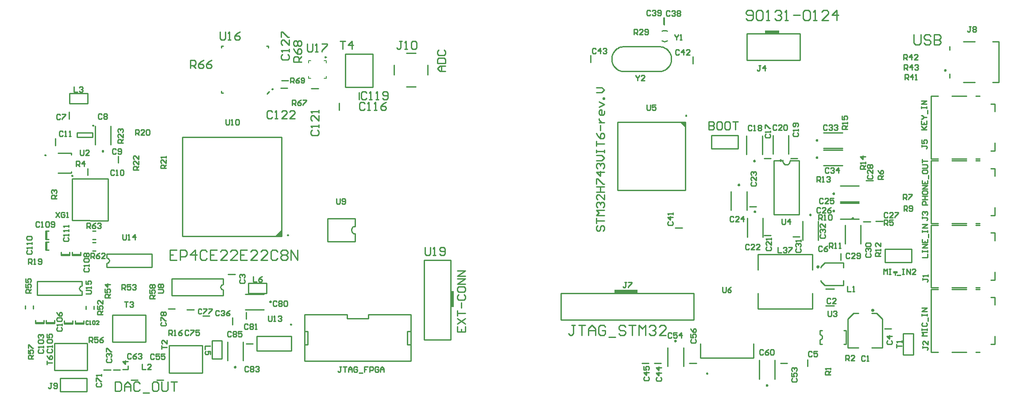
<source format=gto>
G04*
G04 #@! TF.GenerationSoftware,Altium Limited,Altium Designer,19.1.8 (144)*
G04*
G04 Layer_Color=65535*
%FSLAX25Y25*%
%MOIN*%
G70*
G01*
G75*
%ADD10C,0.00984*%
%ADD11C,0.01000*%
%ADD12C,0.00787*%
%ADD13R,0.10630X0.02362*%
%ADD14R,0.02362X0.12205*%
%ADD15R,0.17778X0.03080*%
G36*
X41873Y-137757D02*
X41861Y-137620D01*
X41826Y-137487D01*
X41768Y-137363D01*
X41689Y-137250D01*
X41592Y-137153D01*
X41479Y-137074D01*
X41354Y-137016D01*
X41222Y-136980D01*
X41085Y-136969D01*
X40948Y-136980D01*
X40815Y-137016D01*
X40691Y-137074D01*
X40578Y-137153D01*
X40481Y-137250D01*
X40402Y-137363D01*
X40344Y-137487D01*
X40309Y-137620D01*
X40297Y-137757D01*
X40309Y-137893D01*
X40344Y-138026D01*
X40402Y-138150D01*
X40481Y-138263D01*
X40578Y-138360D01*
X40691Y-138439D01*
X40815Y-138497D01*
X40948Y-138533D01*
X41085Y-138544D01*
X41222Y-138533D01*
X41354Y-138497D01*
X41479Y-138439D01*
X41592Y-138360D01*
X41689Y-138263D01*
X41768Y-138150D01*
X41826Y-138026D01*
X41861Y-137893D01*
X41873Y-137757D01*
D01*
D02*
G37*
G36*
X163779Y-280906D02*
X163609Y-280921D01*
X163443Y-280965D01*
X163288Y-281037D01*
X163147Y-281136D01*
X163026Y-281257D01*
X162928Y-281398D01*
X162855Y-281553D01*
X162811Y-281719D01*
X162796Y-281890D01*
X162811Y-282061D01*
X162855Y-282226D01*
X162928Y-282382D01*
X163026Y-282522D01*
X163147Y-282644D01*
X163288Y-282742D01*
X163443Y-282815D01*
X163609Y-282859D01*
X163779Y-282874D01*
X163950Y-282859D01*
X164116Y-282815D01*
X164271Y-282742D01*
X164412Y-282644D01*
X164533Y-282522D01*
X164631Y-282382D01*
X164704Y-282226D01*
X164748Y-282061D01*
X164763Y-281890D01*
X164748Y-281719D01*
X164704Y-281553D01*
X164631Y-281398D01*
X164533Y-281257D01*
X164412Y-281136D01*
X164271Y-281037D01*
X164116Y-280965D01*
X163950Y-280921D01*
X163779Y-280906D01*
D01*
D02*
G37*
G36*
X189370Y-232677D02*
X189385Y-232848D01*
X189429Y-233014D01*
X189502Y-233169D01*
X189600Y-233310D01*
X189722Y-233431D01*
X189862Y-233529D01*
X190018Y-233602D01*
X190183Y-233646D01*
X190354Y-233661D01*
X190525Y-233646D01*
X190691Y-233602D01*
X190847Y-233529D01*
X190987Y-233431D01*
X191108Y-233310D01*
X191207Y-233169D01*
X191279Y-233014D01*
X191324Y-232848D01*
X191339Y-232677D01*
X191324Y-232506D01*
X191279Y-232341D01*
X191207Y-232185D01*
X191108Y-232045D01*
X190987Y-231924D01*
X190847Y-231825D01*
X190691Y-231753D01*
X190525Y-231708D01*
X190354Y-231693D01*
X190183Y-231708D01*
X190018Y-231753D01*
X189862Y-231825D01*
X189722Y-231924D01*
X189600Y-232045D01*
X189502Y-232185D01*
X189429Y-232341D01*
X189385Y-232506D01*
X189370Y-232677D01*
D01*
D02*
G37*
G36*
X21655Y-122244D02*
X21643Y-122107D01*
X21608Y-121974D01*
X21550Y-121850D01*
X21471Y-121737D01*
X21374Y-121641D01*
X21261Y-121562D01*
X21137Y-121503D01*
X21004Y-121468D01*
X20868Y-121456D01*
X20731Y-121468D01*
X20598Y-121503D01*
X20474Y-121562D01*
X20361Y-121641D01*
X20265Y-121737D01*
X20186Y-121850D01*
X20128Y-121974D01*
X20092Y-122107D01*
X20080Y-122244D01*
X20092Y-122381D01*
X20128Y-122513D01*
X20186Y-122638D01*
X20265Y-122750D01*
X20361Y-122848D01*
X20474Y-122926D01*
X20598Y-122984D01*
X20731Y-123020D01*
X20868Y-123032D01*
X21004Y-123020D01*
X21137Y-122984D01*
X21261Y-122926D01*
X21374Y-122848D01*
X21471Y-122750D01*
X21550Y-122638D01*
X21608Y-122513D01*
X21643Y-122381D01*
X21655Y-122244D01*
D01*
D02*
G37*
G36*
X56878Y-100707D02*
X57012Y-100696D01*
X57142Y-100661D01*
X57263Y-100604D01*
X57373Y-100528D01*
X57468Y-100433D01*
X57545Y-100323D01*
X57602Y-100201D01*
X57637Y-100072D01*
X57648Y-99938D01*
X57637Y-99804D01*
X57602Y-99674D01*
X57545Y-99553D01*
X57468Y-99443D01*
X57373Y-99348D01*
X57263Y-99271D01*
X57142Y-99215D01*
X57012Y-99180D01*
X56878Y-99168D01*
X56744Y-99180D01*
X56615Y-99215D01*
X56493Y-99271D01*
X56384Y-99348D01*
X56289Y-99443D01*
X56211Y-99553D01*
X56155Y-99674D01*
X56120Y-99804D01*
X56108Y-99938D01*
X56120Y-100072D01*
X56155Y-100201D01*
X56211Y-100323D01*
X56289Y-100433D01*
X56384Y-100528D01*
X56493Y-100604D01*
X56615Y-100661D01*
X56744Y-100696D01*
X56878Y-100707D01*
D01*
D02*
G37*
G36*
X64173Y-118181D02*
X64002Y-118196D01*
X63837Y-118240D01*
X63682Y-118313D01*
X63541Y-118411D01*
X63420Y-118532D01*
X63321Y-118673D01*
X63249Y-118828D01*
X63204Y-118994D01*
X63189Y-119165D01*
X63204Y-119336D01*
X63249Y-119502D01*
X63321Y-119657D01*
X63420Y-119798D01*
X63541Y-119919D01*
X63682Y-120017D01*
X63837Y-120090D01*
X64002Y-120134D01*
X64173Y-120149D01*
X64344Y-120134D01*
X64510Y-120090D01*
X64665Y-120017D01*
X64806Y-119919D01*
X64927Y-119798D01*
X65025Y-119657D01*
X65098Y-119502D01*
X65142Y-119336D01*
X65157Y-119165D01*
X65142Y-118994D01*
X65098Y-118828D01*
X65025Y-118673D01*
X64927Y-118532D01*
X64806Y-118411D01*
X64665Y-118313D01*
X64510Y-118240D01*
X64344Y-118196D01*
X64173Y-118181D01*
D01*
D02*
G37*
G36*
X191073Y-72442D02*
X191085Y-72579D01*
X191120Y-72711D01*
X191178Y-72835D01*
X191256Y-72947D01*
X191353Y-73044D01*
X191465Y-73122D01*
X191589Y-73180D01*
X191721Y-73215D01*
X191858Y-73227D01*
X191994Y-73215D01*
X192126Y-73180D01*
X192250Y-73122D01*
X192362Y-73044D01*
X192459Y-72947D01*
X192537Y-72835D01*
X192595Y-72711D01*
X192631Y-72579D01*
X192642Y-72442D01*
X192631Y-72306D01*
X192595Y-72174D01*
X192537Y-72050D01*
X192459Y-71938D01*
X192362Y-71841D01*
X192250Y-71763D01*
X192126Y-71705D01*
X191994Y-71669D01*
X191858Y-71657D01*
X191721Y-71669D01*
X191589Y-71705D01*
X191465Y-71763D01*
X191353Y-71841D01*
X191256Y-71938D01*
X191178Y-72050D01*
X191120Y-72174D01*
X191085Y-72306D01*
X191073Y-72442D01*
D01*
D02*
G37*
G36*
X198806Y-183264D02*
Y-178148D01*
X193699Y-183264D01*
X198806D01*
D02*
G37*
G36*
X202741Y-182481D02*
X202752Y-182617D01*
X202788Y-182750D01*
X202847Y-182874D01*
X202926Y-182987D01*
X203023Y-183084D01*
X203137Y-183163D01*
X203262Y-183221D01*
X203395Y-183256D01*
X203533Y-183268D01*
X203670Y-183256D01*
X203803Y-183221D01*
X203929Y-183163D01*
X204042Y-183084D01*
X204140Y-182987D01*
X204219Y-182874D01*
X204277Y-182750D01*
X204313Y-182617D01*
X204325Y-182481D01*
X204313Y-182344D01*
X204277Y-182211D01*
X204219Y-182087D01*
X204140Y-181974D01*
X204042Y-181877D01*
X203929Y-181798D01*
X203803Y-181740D01*
X203670Y-181705D01*
X203533Y-181693D01*
X203395Y-181705D01*
X203262Y-181740D01*
X203137Y-181798D01*
X203023Y-181877D01*
X202926Y-181974D01*
X202847Y-182087D01*
X202788Y-182211D01*
X202752Y-182344D01*
X202741Y-182481D01*
D01*
D02*
G37*
G36*
X205801Y-250508D02*
X205935Y-250497D01*
X206065Y-250461D01*
X206186Y-250405D01*
X206296Y-250328D01*
X206391Y-250232D01*
X206468Y-250122D01*
X206525Y-250000D01*
X206560Y-249870D01*
X206572Y-249737D01*
X206560Y-249602D01*
X206525Y-249472D01*
X206468Y-249351D01*
X206391Y-249240D01*
X206296Y-249145D01*
X206186Y-249068D01*
X206065Y-249011D01*
X205935Y-248977D01*
X205801Y-248965D01*
X205668Y-248977D01*
X205538Y-249011D01*
X205416Y-249068D01*
X205306Y-249145D01*
X205211Y-249240D01*
X205134Y-249351D01*
X205078Y-249472D01*
X205043Y-249602D01*
X205031Y-249737D01*
X205043Y-249870D01*
X205078Y-250000D01*
X205134Y-250122D01*
X205211Y-250232D01*
X205306Y-250328D01*
X205416Y-250405D01*
X205538Y-250461D01*
X205668Y-250497D01*
X205801Y-250508D01*
D01*
D02*
G37*
G36*
X495276Y-263189D02*
X495446Y-263174D01*
X495612Y-263129D01*
X495767Y-263057D01*
X495908Y-262959D01*
X496029Y-262837D01*
X496128Y-262697D01*
X496200Y-262541D01*
X496244Y-262376D01*
X496259Y-262205D01*
X496244Y-262034D01*
X496200Y-261868D01*
X496128Y-261713D01*
X496029Y-261572D01*
X495908Y-261451D01*
X495767Y-261352D01*
X495612Y-261280D01*
X495446Y-261235D01*
X495276Y-261221D01*
X495105Y-261235D01*
X494939Y-261280D01*
X494784Y-261352D01*
X494643Y-261451D01*
X494522Y-261572D01*
X494424Y-261713D01*
X494351Y-261868D01*
X494307Y-262034D01*
X494292Y-262205D01*
X494307Y-262376D01*
X494351Y-262541D01*
X494424Y-262697D01*
X494522Y-262837D01*
X494643Y-262959D01*
X494784Y-263057D01*
X494939Y-263129D01*
X495105Y-263174D01*
X495276Y-263189D01*
D01*
D02*
G37*
G36*
X519149Y-285916D02*
X519015Y-285928D01*
X518885Y-285963D01*
X518764Y-286020D01*
X518653Y-286097D01*
X518559Y-286192D01*
X518482Y-286302D01*
X518425Y-286424D01*
X518391Y-286554D01*
X518379Y-286687D01*
X518391Y-286821D01*
X518425Y-286951D01*
X518482Y-287073D01*
X518559Y-287183D01*
X518653Y-287278D01*
X518764Y-287355D01*
X518885Y-287412D01*
X519015Y-287446D01*
X519149Y-287458D01*
X519282Y-287446D01*
X519412Y-287412D01*
X519533Y-287355D01*
X519644Y-287278D01*
X519739Y-287183D01*
X519815Y-287073D01*
X519872Y-286951D01*
X519907Y-286821D01*
X519918Y-286687D01*
X519907Y-286554D01*
X519872Y-286424D01*
X519815Y-286302D01*
X519739Y-286192D01*
X519644Y-286097D01*
X519533Y-286020D01*
X519412Y-285963D01*
X519282Y-285928D01*
X519149Y-285916D01*
D01*
D02*
G37*
G36*
X502759Y-97241D02*
X498817D01*
X502759Y-101183D01*
Y-97241D01*
D02*
G37*
G36*
X503304Y-93299D02*
X503447Y-93286D01*
X503585Y-93249D01*
X503715Y-93189D01*
X503831Y-93107D01*
X503933Y-93006D01*
X504015Y-92889D01*
X504075Y-92760D01*
X504112Y-92621D01*
X504124Y-92479D01*
X504112Y-92337D01*
X504075Y-92198D01*
X504015Y-92069D01*
X503933Y-91952D01*
X503831Y-91851D01*
X503715Y-91769D01*
X503585Y-91709D01*
X503447Y-91672D01*
X503304Y-91659D01*
X503162Y-91672D01*
X503024Y-91709D01*
X502894Y-91769D01*
X502778Y-91851D01*
X502676Y-91952D01*
X502595Y-92069D01*
X502534Y-92198D01*
X502497Y-92337D01*
X502485Y-92479D01*
X502497Y-92621D01*
X502534Y-92760D01*
X502595Y-92889D01*
X502676Y-93006D01*
X502778Y-93107D01*
X502894Y-93189D01*
X503024Y-93249D01*
X503162Y-93286D01*
X503304Y-93299D01*
D01*
D02*
G37*
G36*
X564173Y-294685D02*
X564002Y-294700D01*
X563837Y-294744D01*
X563682Y-294817D01*
X563541Y-294915D01*
X563420Y-295037D01*
X563321Y-295177D01*
X563249Y-295333D01*
X563204Y-295498D01*
X563189Y-295669D01*
X563204Y-295840D01*
X563249Y-296006D01*
X563321Y-296161D01*
X563420Y-296302D01*
X563541Y-296423D01*
X563682Y-296522D01*
X563837Y-296594D01*
X564002Y-296639D01*
X564173Y-296654D01*
X564344Y-296639D01*
X564510Y-296594D01*
X564665Y-296522D01*
X564806Y-296423D01*
X564927Y-296302D01*
X565025Y-296161D01*
X565098Y-296006D01*
X565142Y-295840D01*
X565157Y-295669D01*
X565142Y-295498D01*
X565098Y-295333D01*
X565025Y-295177D01*
X564927Y-295037D01*
X564806Y-294915D01*
X564665Y-294817D01*
X564510Y-294744D01*
X564344Y-294700D01*
X564173Y-294685D01*
D01*
D02*
G37*
G36*
X643765Y-240163D02*
X643970Y-240145D01*
X644169Y-240092D01*
X644356Y-240005D01*
X644524Y-239887D01*
X644670Y-239742D01*
X644788Y-239573D01*
X644875Y-239387D01*
X644928Y-239188D01*
X644946Y-238983D01*
X644928Y-238778D01*
X644875Y-238580D01*
X644788Y-238393D01*
X644670Y-238224D01*
X644524Y-238079D01*
X644356Y-237961D01*
X644169Y-237874D01*
X643970Y-237821D01*
X643765Y-237803D01*
X643560Y-237821D01*
X643361Y-237874D01*
X643175Y-237961D01*
X643006Y-238079D01*
X642861Y-238224D01*
X642742Y-238393D01*
X642656Y-238580D01*
X642602Y-238778D01*
X642584Y-238983D01*
X642602Y-239188D01*
X642656Y-239387D01*
X642742Y-239573D01*
X642861Y-239742D01*
X643006Y-239887D01*
X643175Y-240005D01*
X643361Y-240092D01*
X643560Y-240145D01*
X643765Y-240163D01*
D01*
D02*
G37*
G36*
X603745Y-206298D02*
X603727Y-206093D01*
X603673Y-205894D01*
X603586Y-205708D01*
X603468Y-205539D01*
X603322Y-205393D01*
X603153Y-205276D01*
X602966Y-205189D01*
X602767Y-205135D01*
X602561Y-205117D01*
X602355Y-205135D01*
X602156Y-205189D01*
X601969Y-205276D01*
X601800Y-205393D01*
X601654Y-205539D01*
X601536Y-205708D01*
X601448Y-205894D01*
X601395Y-206093D01*
X601377Y-206298D01*
X601395Y-206503D01*
X601448Y-206702D01*
X601536Y-206889D01*
X601654Y-207057D01*
X601800Y-207203D01*
X601969Y-207320D01*
X602156Y-207407D01*
X602355Y-207461D01*
X602561Y-207479D01*
X602767Y-207461D01*
X602966Y-207407D01*
X603153Y-207320D01*
X603322Y-207203D01*
X603468Y-207057D01*
X603586Y-206889D01*
X603673Y-206702D01*
X603727Y-206503D01*
X603745Y-206298D01*
D01*
D02*
G37*
G36*
X628740Y-170866D02*
X628911Y-170851D01*
X629077Y-170807D01*
X629232Y-170734D01*
X629372Y-170636D01*
X629494Y-170515D01*
X629592Y-170374D01*
X629665Y-170219D01*
X629709Y-170053D01*
X629724Y-169882D01*
X629709Y-169711D01*
X629665Y-169545D01*
X629592Y-169390D01*
X629494Y-169249D01*
X629372Y-169128D01*
X629232Y-169029D01*
X629077Y-168957D01*
X628911Y-168913D01*
X628740Y-168898D01*
X628569Y-168913D01*
X628404Y-168957D01*
X628248Y-169029D01*
X628108Y-169128D01*
X627987Y-169249D01*
X627888Y-169390D01*
X627816Y-169545D01*
X627771Y-169711D01*
X627756Y-169882D01*
X627771Y-170053D01*
X627816Y-170219D01*
X627888Y-170374D01*
X627987Y-170515D01*
X628108Y-170636D01*
X628248Y-170734D01*
X628404Y-170807D01*
X628569Y-170851D01*
X628740Y-170866D01*
D01*
D02*
G37*
G36*
X555118Y-165748D02*
X555289Y-165733D01*
X555455Y-165689D01*
X555610Y-165616D01*
X555750Y-165518D01*
X555872Y-165396D01*
X555970Y-165256D01*
X556042Y-165100D01*
X556087Y-164935D01*
X556102Y-164764D01*
X556087Y-164593D01*
X556042Y-164427D01*
X555970Y-164272D01*
X555872Y-164131D01*
X555750Y-164010D01*
X555610Y-163911D01*
X555455Y-163839D01*
X555289Y-163795D01*
X555118Y-163779D01*
X554947Y-163795D01*
X554781Y-163839D01*
X554626Y-163911D01*
X554486Y-164010D01*
X554365Y-164131D01*
X554266Y-164272D01*
X554194Y-164427D01*
X554149Y-164593D01*
X554134Y-164764D01*
X554149Y-164935D01*
X554194Y-165100D01*
X554266Y-165256D01*
X554365Y-165396D01*
X554486Y-165518D01*
X554626Y-165616D01*
X554781Y-165689D01*
X554947Y-165733D01*
X555118Y-165748D01*
D01*
D02*
G37*
G36*
X596850Y-168110D02*
X597021Y-168095D01*
X597187Y-168051D01*
X597342Y-167978D01*
X597483Y-167880D01*
X597604Y-167759D01*
X597702Y-167618D01*
X597775Y-167463D01*
X597819Y-167297D01*
X597834Y-167126D01*
X597819Y-166955D01*
X597775Y-166789D01*
X597702Y-166634D01*
X597604Y-166493D01*
X597483Y-166372D01*
X597342Y-166274D01*
X597187Y-166201D01*
X597021Y-166157D01*
X596850Y-166142D01*
X596679Y-166157D01*
X596514Y-166201D01*
X596359Y-166274D01*
X596218Y-166372D01*
X596097Y-166493D01*
X595998Y-166634D01*
X595926Y-166789D01*
X595882Y-166955D01*
X595866Y-167126D01*
X595882Y-167297D01*
X595926Y-167463D01*
X595998Y-167618D01*
X596097Y-167759D01*
X596218Y-167880D01*
X596359Y-167978D01*
X596514Y-168051D01*
X596679Y-168095D01*
X596850Y-168110D01*
D01*
D02*
G37*
G36*
X615354Y-164173D02*
X615339Y-164002D01*
X615295Y-163837D01*
X615222Y-163681D01*
X615124Y-163541D01*
X615003Y-163420D01*
X614862Y-163321D01*
X614707Y-163249D01*
X614541Y-163204D01*
X614370Y-163189D01*
X614199Y-163204D01*
X614034Y-163249D01*
X613878Y-163321D01*
X613737Y-163420D01*
X613616Y-163541D01*
X613518Y-163681D01*
X613445Y-163837D01*
X613401Y-164002D01*
X613386Y-164173D01*
X613401Y-164344D01*
X613445Y-164510D01*
X613518Y-164665D01*
X613616Y-164805D01*
X613737Y-164927D01*
X613878Y-165025D01*
X614034Y-165098D01*
X614199Y-165142D01*
X614370Y-165157D01*
X614541Y-165142D01*
X614707Y-165098D01*
X614862Y-165025D01*
X615003Y-164927D01*
X615124Y-164805D01*
X615222Y-164665D01*
X615295Y-164510D01*
X615339Y-164344D01*
X615354Y-164173D01*
D01*
D02*
G37*
G36*
X698596Y-57300D02*
X698761Y-57345D01*
X698917Y-57417D01*
X699057Y-57515D01*
X699178Y-57637D01*
X699277Y-57777D01*
X699349Y-57932D01*
X699394Y-58098D01*
X699409Y-58268D01*
X699394Y-58439D01*
X699349Y-58604D01*
X699277Y-58759D01*
X699178Y-58900D01*
X699057Y-59021D01*
X698917Y-59119D01*
X698761Y-59192D01*
X698596Y-59236D01*
X698425Y-59251D01*
X698254Y-59236D01*
X698088Y-59192D01*
X697933Y-59119D01*
X697792Y-59021D01*
X697671Y-58900D01*
X697573Y-58759D01*
X697500Y-58604D01*
X697456Y-58439D01*
X697441Y-58268D01*
X697456Y-58098D01*
X697500Y-57932D01*
X697573Y-57777D01*
X697671Y-57637D01*
X697792Y-57515D01*
X697933Y-57417D01*
X698088Y-57345D01*
X698254Y-57300D01*
X698425Y-57285D01*
X698596Y-57300D01*
D02*
G37*
G36*
X601942Y-110055D02*
X602108Y-110099D01*
X602264Y-110172D01*
X602404Y-110270D01*
X602526Y-110391D01*
X602624Y-110532D01*
X602697Y-110687D01*
X602741Y-110853D01*
X602756Y-111024D01*
X602741Y-111195D01*
X602697Y-111360D01*
X602624Y-111515D01*
X602526Y-111656D01*
X602404Y-111777D01*
X602264Y-111876D01*
X602108Y-111948D01*
X601942Y-111993D01*
X601772Y-112007D01*
X601601Y-111993D01*
X601435Y-111948D01*
X601279Y-111876D01*
X601139Y-111777D01*
X601018Y-111656D01*
X600919Y-111515D01*
X600847Y-111360D01*
X600802Y-111195D01*
X600787Y-111024D01*
X600802Y-110853D01*
X600847Y-110687D01*
X600919Y-110532D01*
X601018Y-110391D01*
X601139Y-110270D01*
X601279Y-110172D01*
X601435Y-110099D01*
X601601Y-110055D01*
X601772Y-110040D01*
X601942Y-110055D01*
D02*
G37*
G36*
Y-123047D02*
X602108Y-123091D01*
X602264Y-123164D01*
X602404Y-123262D01*
X602526Y-123383D01*
X602624Y-123524D01*
X602697Y-123679D01*
X602741Y-123845D01*
X602756Y-124016D01*
X602741Y-124187D01*
X602697Y-124352D01*
X602624Y-124507D01*
X602526Y-124648D01*
X602404Y-124769D01*
X602264Y-124868D01*
X602108Y-124940D01*
X601942Y-124985D01*
X601772Y-125000D01*
X601601Y-124985D01*
X601435Y-124940D01*
X601279Y-124868D01*
X601139Y-124769D01*
X601018Y-124648D01*
X600919Y-124507D01*
X600847Y-124352D01*
X600802Y-124187D01*
X600787Y-124016D01*
X600802Y-123845D01*
X600847Y-123679D01*
X600919Y-123524D01*
X601018Y-123383D01*
X601139Y-123262D01*
X601279Y-123164D01*
X601435Y-123091D01*
X601601Y-123047D01*
X601772Y-123032D01*
X601942Y-123047D01*
D02*
G37*
G36*
X574580Y-125212D02*
X574746Y-125256D01*
X574901Y-125329D01*
X575042Y-125427D01*
X575163Y-125548D01*
X575261Y-125689D01*
X575334Y-125845D01*
X575378Y-126010D01*
X575393Y-126181D01*
X575378Y-126352D01*
X575334Y-126518D01*
X575261Y-126673D01*
X575163Y-126814D01*
X575042Y-126935D01*
X574901Y-127033D01*
X574746Y-127106D01*
X574580Y-127150D01*
X574409Y-127165D01*
X574239Y-127150D01*
X574073Y-127106D01*
X573918Y-127033D01*
X573777Y-126935D01*
X573656Y-126814D01*
X573558Y-126673D01*
X573485Y-126518D01*
X573441Y-126352D01*
X573426Y-126181D01*
X573441Y-126010D01*
X573485Y-125845D01*
X573558Y-125689D01*
X573656Y-125548D01*
X573777Y-125427D01*
X573918Y-125329D01*
X574073Y-125256D01*
X574239Y-125212D01*
X574409Y-125197D01*
X574580Y-125212D01*
D02*
G37*
G36*
X554895Y-125605D02*
X555061Y-125650D01*
X555216Y-125723D01*
X555357Y-125821D01*
X555478Y-125942D01*
X555576Y-126083D01*
X555649Y-126238D01*
X555693Y-126404D01*
X555708Y-126575D01*
X555693Y-126746D01*
X555649Y-126911D01*
X555576Y-127067D01*
X555478Y-127208D01*
X555357Y-127329D01*
X555216Y-127427D01*
X555061Y-127500D01*
X554895Y-127544D01*
X554724Y-127559D01*
X554554Y-127544D01*
X554388Y-127500D01*
X554233Y-127427D01*
X554092Y-127329D01*
X553971Y-127208D01*
X553872Y-127067D01*
X553800Y-126911D01*
X553756Y-126746D01*
X553741Y-126575D01*
X553756Y-126404D01*
X553800Y-126238D01*
X553872Y-126083D01*
X553971Y-125942D01*
X554092Y-125821D01*
X554233Y-125723D01*
X554388Y-125650D01*
X554554Y-125605D01*
X554724Y-125591D01*
X554895Y-125605D01*
D02*
G37*
G36*
X543171Y-143598D02*
X543337Y-143642D01*
X543492Y-143715D01*
X543632Y-143813D01*
X543753Y-143934D01*
X543852Y-144075D01*
X543924Y-144230D01*
X543969Y-144396D01*
X543984Y-144567D01*
X543969Y-144738D01*
X543924Y-144904D01*
X543852Y-145059D01*
X543753Y-145200D01*
X543632Y-145321D01*
X543492Y-145419D01*
X543337Y-145492D01*
X543171Y-145536D01*
X543000Y-145551D01*
X542829Y-145536D01*
X542663Y-145492D01*
X542508Y-145419D01*
X542368Y-145321D01*
X542246Y-145200D01*
X542148Y-145059D01*
X542076Y-144904D01*
X542031Y-144738D01*
X542016Y-144567D01*
X542031Y-144396D01*
X542076Y-144230D01*
X542148Y-144075D01*
X542246Y-143934D01*
X542368Y-143813D01*
X542508Y-143715D01*
X542663Y-143642D01*
X542829Y-143598D01*
X543000Y-143583D01*
X543171Y-143598D01*
D02*
G37*
G36*
X614541Y-150212D02*
X614707Y-150257D01*
X614862Y-150329D01*
X615003Y-150428D01*
X615124Y-150549D01*
X615222Y-150689D01*
X615295Y-150845D01*
X615339Y-151010D01*
X615354Y-151181D01*
X615339Y-151352D01*
X615295Y-151518D01*
X615222Y-151673D01*
X615124Y-151813D01*
X615003Y-151935D01*
X614862Y-152033D01*
X614707Y-152105D01*
X614541Y-152150D01*
X614370Y-152165D01*
X614199Y-152150D01*
X614034Y-152105D01*
X613878Y-152033D01*
X613737Y-151935D01*
X613616Y-151813D01*
X613518Y-151673D01*
X613445Y-151518D01*
X613401Y-151352D01*
X613386Y-151181D01*
X613401Y-151010D01*
X613445Y-150845D01*
X613518Y-150689D01*
X613616Y-150549D01*
X613737Y-150428D01*
X613878Y-150329D01*
X614034Y-150257D01*
X614199Y-150212D01*
X614370Y-150197D01*
X614541Y-150212D01*
D02*
G37*
D10*
X232185Y-48228D02*
X231447Y-47802D01*
Y-48654D01*
X232185Y-48228D01*
D11*
X66969Y-203544D02*
X67954Y-203280D01*
X68675Y-202559D01*
X68939Y-201575D01*
X68675Y-200590D01*
X67954Y-199869D01*
X66969Y-199606D01*
X154629Y-219685D02*
X153645Y-219949D01*
X152924Y-220670D01*
X152660Y-221654D01*
X152924Y-222638D01*
X153645Y-223359D01*
X154629Y-223623D01*
X48424Y-220511D02*
X47440Y-220775D01*
X46719Y-221496D01*
X46455Y-222480D01*
X46719Y-223465D01*
X47440Y-224186D01*
X48424Y-224450D01*
X575986Y-126067D02*
X576016Y-127013D01*
X576361Y-127895D01*
X576983Y-128609D01*
X577808Y-129074D01*
X578741Y-129235D01*
X579674Y-129074D01*
X580499Y-128609D01*
X581120Y-127895D01*
X581465Y-127013D01*
X581495Y-126067D01*
X603829Y-261328D02*
X604820Y-261063D01*
X605545Y-260337D01*
X605811Y-259347D01*
X605545Y-258356D01*
X604820Y-257631D01*
X603829Y-257366D01*
X455676Y-40318D02*
X454699Y-40456D01*
X453741Y-40697D01*
X452814Y-41037D01*
X451928Y-41474D01*
X451094Y-42002D01*
X450320Y-42616D01*
X449615Y-43307D01*
X448987Y-44070D01*
X448444Y-44894D01*
X447990Y-45772D01*
X447633Y-46692D01*
X447374Y-47645D01*
X447218Y-48620D01*
X447165Y-49606D01*
X447218Y-50592D01*
X447374Y-51568D01*
X447633Y-52521D01*
X447990Y-53441D01*
X448444Y-54318D01*
X448987Y-55143D01*
X449615Y-55905D01*
X450320Y-56597D01*
X451094Y-57210D01*
X451928Y-57738D01*
X452814Y-58175D01*
X453741Y-58516D01*
X454699Y-58756D01*
X455676Y-58894D01*
X483591D02*
X484569Y-58756D01*
X485527Y-58516D01*
X486454Y-58175D01*
X487339Y-57738D01*
X488174Y-57210D01*
X488948Y-56597D01*
X489653Y-55905D01*
X490280Y-55143D01*
X490824Y-54318D01*
X491277Y-53441D01*
X491635Y-52521D01*
X491894Y-51568D01*
X492050Y-50592D01*
X492102Y-49606D01*
X492050Y-48620D01*
X491894Y-47645D01*
X491635Y-46692D01*
X491277Y-45772D01*
X490824Y-44894D01*
X490280Y-44070D01*
X489653Y-43307D01*
X488948Y-42616D01*
X488174Y-42002D01*
X487339Y-41474D01*
X486454Y-41037D01*
X485527Y-40697D01*
X484569Y-40456D01*
X483591Y-40318D01*
X253882Y-175737D02*
X252939Y-175903D01*
X252109Y-176382D01*
X251494Y-177116D01*
X251166Y-178015D01*
Y-178973D01*
X251494Y-179873D01*
X252109Y-180606D01*
X252939Y-181085D01*
X253882Y-181251D01*
X488880Y-28716D02*
X487934Y-28317D01*
X486918Y-28163D01*
X485895Y-28264D01*
X484929Y-28613D01*
Y-35954D02*
X485895Y-36303D01*
X486918Y-36404D01*
X487934Y-36250D01*
X488880Y-35851D01*
X198624Y-65749D02*
X203738D01*
X292519Y-45281D02*
X299607D01*
X283470Y-61418D02*
Y-54330D01*
X292519Y-70467D02*
X299607D01*
X308656Y-61418D02*
Y-54330D01*
X522282Y-107342D02*
X542285D01*
Y-117342D02*
Y-107342D01*
X522282Y-117342D02*
X542285D01*
X522282D02*
Y-107342D01*
X96182Y-263031D02*
Y-242481D01*
X71220Y-263031D02*
X96182D01*
X71220D02*
Y-242481D01*
X96182D01*
X306142Y-261102D02*
X326142D01*
Y-201102D01*
X306142D02*
X326142D01*
X306142Y-261102D02*
Y-201102D01*
X197837Y-71652D02*
X202951D01*
X221065Y-72046D02*
X226179D01*
X257088Y-80116D02*
Y-75002D01*
X241945Y-88096D02*
Y-82982D01*
X188761Y-41340D02*
Y-39962D01*
X187383D02*
X188761D01*
X153346Y-75392D02*
X154724D01*
X153346D02*
Y-74014D01*
Y-39962D02*
X154724D01*
X153346Y-41340D02*
Y-39962D01*
X187587Y-75787D02*
X189156Y-74214D01*
X246812Y-70906D02*
Y-45944D01*
Y-70906D02*
X267361D01*
Y-45944D01*
X246812D02*
X267361D01*
X124029Y-183264D02*
X198806D01*
X124029D02*
Y-108468D01*
X198806D01*
Y-183264D02*
Y-108468D01*
X554093Y-274806D02*
Y-264175D01*
X513938Y-274806D02*
Y-264175D01*
Y-274806D02*
X554093D01*
X508937Y-246339D02*
Y-226339D01*
X408937D02*
X508937D01*
X408937Y-246339D02*
Y-226339D01*
Y-246339D02*
X508937D01*
X653059Y-202808D02*
Y-192808D01*
Y-202808D02*
X673061D01*
Y-192808D01*
X653059D02*
X673061D01*
X41063Y-139883D02*
X62217Y-139921D01*
X67834Y-140000D02*
X67914Y-171457D01*
X41143Y-171378D02*
X67953Y-171419D01*
X62217Y-139921D02*
X67834D01*
X41102Y-171260D02*
Y-139962D01*
X66968Y-199606D02*
Y-196456D01*
Y-206694D02*
Y-203544D01*
X100827Y-206694D02*
Y-196456D01*
X66968D02*
X100827D01*
X66968Y-206694D02*
X100827D01*
X56302Y-187798D02*
X58658D01*
X56302Y-194091D02*
X58658D01*
X173805Y-218701D02*
X187218D01*
X173805Y-226181D02*
X187218D01*
X173805D02*
Y-218701D01*
X187218Y-226181D02*
Y-218701D01*
X52557Y-137203D02*
Y-132089D01*
X205905Y-269685D02*
Y-258661D01*
X179922Y-269685D02*
Y-258661D01*
Y-269685D02*
X205905D01*
X179922Y-258661D02*
X205905D01*
X215901Y-242400D02*
X247901D01*
X263901D02*
X295901D01*
X247901Y-245400D02*
Y-242400D01*
Y-245400D02*
X263901D01*
Y-242400D01*
X215901Y-277400D02*
X295901D01*
X215901D02*
Y-242400D01*
X295901Y-277400D02*
Y-242400D01*
X215901Y-264902D02*
X218397D01*
Y-254899D01*
X215901D02*
X218397D01*
X293405Y-264902D02*
X295901D01*
X293405D02*
Y-254899D01*
X295901D01*
X172045Y-245667D02*
Y-240553D01*
X56302Y-179137D02*
X58658D01*
X56302Y-185430D02*
X58658D01*
X171260Y-226772D02*
X185433D01*
X171260Y-238583D02*
X185433D01*
X735632Y-89370D02*
Y-83465D01*
Y-118898D02*
Y-112992D01*
X687599Y-124803D02*
X693112D01*
X703346D02*
X714372D01*
X732677Y-118898D02*
X735632D01*
X687599Y-77559D02*
X693112D01*
X703346D02*
X714372D01*
X732677Y-83465D02*
X735632D01*
X721458Y-124803D02*
X724215D01*
X721458Y-77559D02*
X724215D01*
X687599Y-124803D02*
Y-77559D01*
X735632Y-235039D02*
Y-229134D01*
Y-264567D02*
Y-258661D01*
X687599Y-270472D02*
X693112D01*
X703346D02*
X714372D01*
X732677Y-264567D02*
X735632D01*
X687599Y-223228D02*
X693112D01*
X703346D02*
X714372D01*
X732677Y-229134D02*
X735632D01*
X721458Y-270472D02*
X724215D01*
X721458Y-223228D02*
X724215D01*
X687599Y-270472D02*
Y-223228D01*
X557285Y-208467D02*
Y-196850D01*
X598227Y-208467D02*
Y-196850D01*
X557285D02*
X598227D01*
X557285Y-237795D02*
X598227D01*
X557285D02*
Y-226179D01*
X598227Y-237795D02*
Y-226179D01*
X608464Y-222836D02*
X614765D01*
X608464Y-235432D02*
X614765D01*
X562010Y-124609D02*
X567124D01*
X451572Y-97241D02*
X502759D01*
X451572Y-148428D02*
Y-97241D01*
Y-148428D02*
X502759D01*
Y-97241D01*
X154624Y-227952D02*
Y-223623D01*
Y-219685D02*
Y-215355D01*
X116045Y-227952D02*
Y-215355D01*
Y-227952D02*
X154624D01*
X116045Y-215355D02*
X154624D01*
X48426Y-227599D02*
Y-224450D01*
Y-220511D02*
Y-217361D01*
X14567Y-227599D02*
Y-217361D01*
Y-227599D02*
X48426D01*
X14567Y-217361D02*
X48426D01*
X56352Y-108493D02*
Y-105344D01*
X44541Y-108493D02*
Y-105344D01*
Y-108493D02*
X56352D01*
X44541Y-105344D02*
X56352D01*
X733860Y-36614D02*
X738779D01*
X712124D02*
X720549D01*
X701773Y-42914D02*
Y-40159D01*
Y-63778D02*
Y-61023D01*
X712124Y-67323D02*
X720549D01*
X733860D02*
X738779D01*
Y-36614D01*
X735632Y-137992D02*
Y-132087D01*
Y-167520D02*
Y-161614D01*
X687599Y-173425D02*
X693112D01*
X703346D02*
X714372D01*
X732677Y-167520D02*
X735632D01*
X687599Y-126181D02*
X693112D01*
X703346D02*
X714372D01*
X732677Y-132087D02*
X735632D01*
X721458Y-173425D02*
X724215D01*
X721458Y-126181D02*
X724215D01*
X687599Y-173425D02*
Y-126181D01*
X735632Y-186614D02*
Y-180709D01*
Y-216142D02*
Y-210236D01*
X687599Y-222047D02*
X693112D01*
X703346D02*
X714372D01*
X732677Y-216142D02*
X735632D01*
X687599Y-174803D02*
X693112D01*
X703346D02*
X714372D01*
X732677Y-180709D02*
X735632D01*
X721458Y-222047D02*
X724215D01*
X721458Y-174803D02*
X724215D01*
X687599Y-222047D02*
Y-174803D01*
X589016Y-50512D02*
Y-30512D01*
X549016D02*
X589016D01*
X549016Y-50512D02*
Y-30512D01*
Y-50512D02*
X589016D01*
X581497Y-126083D02*
X588191D01*
X569290D02*
X575984D01*
X569290Y-167028D02*
X588191D01*
Y-126083D01*
X569290Y-167028D02*
Y-126083D01*
X590945Y-186220D02*
Y-172047D01*
X602756Y-186220D02*
Y-172047D01*
X646065Y-172050D02*
X651179D01*
X619291Y-170079D02*
X633464D01*
X619291Y-158268D02*
X633464D01*
X562010Y-182483D02*
X567124D01*
X604724Y-216732D02*
X604726Y-217323D01*
X607682Y-220276D01*
X621652D01*
X621654Y-216732D01*
X604724Y-206890D02*
X604726Y-206299D01*
X607682Y-203346D01*
X621652D01*
X621654Y-206890D01*
X621952Y-254161D02*
X623527D01*
X621952Y-264533D02*
X623527D01*
X603842Y-257366D02*
Y-254219D01*
Y-264474D02*
Y-261328D01*
X623527Y-264474D02*
Y-254219D01*
X603842D02*
X605811D01*
X603842Y-264533D02*
X605811D01*
X570079Y-290748D02*
Y-276575D01*
X558268Y-290748D02*
Y-276575D01*
X594561Y-281280D02*
Y-276166D01*
X652561Y-252955D02*
X657675D01*
X455667Y-58894D02*
X483600D01*
X455667Y-40319D02*
X483600D01*
X431297Y-52163D02*
Y-47049D01*
X508270Y-53148D02*
Y-48033D01*
X486223Y-23620D02*
Y-18506D01*
X486809Y-23817D02*
Y-18703D01*
X469891Y-278927D02*
X475005D01*
X253880Y-187154D02*
Y-181251D01*
Y-175737D02*
Y-169834D01*
X233407Y-187154D02*
Y-169834D01*
Y-187154D02*
X253880D01*
X233407Y-169834D02*
X253880D01*
X114133Y-265709D02*
X139095D01*
X114133Y-286259D02*
Y-265709D01*
Y-286259D02*
X139095D01*
Y-265709D01*
X146260Y-275408D02*
Y-261994D01*
X153740Y-275408D02*
Y-261994D01*
X146260Y-275408D02*
X153740D01*
X146260Y-261994D02*
X153740D01*
X171852Y-264368D02*
X176967D01*
X113191Y-237990D02*
X118305D01*
X139175Y-243108D02*
X144289D01*
X85238Y-291538D02*
X90352D01*
X39106Y-75691D02*
X52520D01*
X39106Y-83171D02*
X52520D01*
X39106D02*
Y-75691D01*
X52520Y-83171D02*
Y-75691D01*
X40159Y-135630D02*
Y-134450D01*
Y-121850D02*
Y-120669D01*
X30316Y-135630D02*
X40159D01*
X30316Y-120669D02*
X40159D01*
X20869Y-187405D02*
X23225D01*
X20869Y-193698D02*
X23225D01*
X20869D02*
Y-187405D01*
X21614Y-193698D02*
Y-187405D01*
X40948Y-197635D02*
Y-195279D01*
X47241Y-197635D02*
Y-195279D01*
X40948Y-197635D02*
X47241D01*
X40948Y-196890D02*
X47241D01*
X27519Y-263741D02*
X52481D01*
X27519Y-284291D02*
Y-263741D01*
Y-284291D02*
X52481D01*
Y-263741D01*
X21263Y-248816D02*
Y-246460D01*
X27556Y-248816D02*
Y-246460D01*
X21263Y-248816D02*
X27556D01*
X21263Y-248071D02*
X27556D01*
X43310Y-249209D02*
Y-246853D01*
X49603Y-249209D02*
Y-246853D01*
X43310Y-249209D02*
X49603D01*
X43310Y-248465D02*
X49603D01*
X606693Y-129921D02*
X620866D01*
X606693Y-118110D02*
X620866D01*
X606693Y-116929D02*
X620866D01*
X606693Y-105118D02*
X620866D01*
X619291Y-157087D02*
X633464D01*
X619291Y-145276D02*
X633464D01*
X495081Y-176971D02*
X500195D01*
X38812Y-94793D02*
Y-89679D01*
X20869Y-179137D02*
X23225D01*
X20869Y-185430D02*
X23225D01*
X20869D02*
Y-179137D01*
X21614Y-185430D02*
Y-179137D01*
X51184Y-238186D02*
Y-235830D01*
X57477Y-238186D02*
Y-235830D01*
X32125Y-300394D02*
Y-290393D01*
Y-300394D02*
X52127D01*
Y-290393D01*
X32125D02*
X52127D01*
X580315Y-121260D02*
Y-107087D01*
X568504Y-121260D02*
Y-107087D01*
X581892Y-124412D02*
X587006D01*
X560630Y-121654D02*
Y-107481D01*
X548819Y-121654D02*
Y-107481D01*
X70079Y-114244D02*
Y-100071D01*
X58268Y-114244D02*
Y-100071D01*
X636813Y-172242D02*
X641927D01*
X622835Y-188976D02*
Y-174803D01*
X634646Y-188976D02*
Y-174803D01*
X638781Y-141139D02*
X643896D01*
X629397Y-241348D02*
X633137D01*
X625066Y-245678D02*
X629397Y-241348D01*
X625066Y-267329D02*
Y-245678D01*
Y-267329D02*
X633137Y-267332D01*
X642979Y-241348D02*
X646719D01*
X651050Y-245678D01*
Y-267329D02*
Y-245678D01*
X642979Y-267332D02*
X651050Y-267329D01*
X619491Y-201376D02*
Y-196262D01*
X583663Y-183664D02*
X588778D01*
X574215Y-278935D02*
X579329D01*
X537094Y-163661D02*
Y-149488D01*
X548906Y-163661D02*
Y-149488D01*
X550986Y-160829D02*
X556100D01*
X549213Y-183858D02*
Y-169685D01*
X561024Y-183858D02*
Y-169685D01*
X489370Y-281299D02*
Y-267126D01*
X501181Y-281299D02*
Y-267126D01*
X479333Y-278939D02*
X484447D01*
X158466Y-212005D02*
X163581D01*
X169685Y-276969D02*
Y-262796D01*
X157874Y-276969D02*
Y-262796D01*
X161617Y-249801D02*
Y-244687D01*
X127443Y-238412D02*
X132557D01*
X104530Y-291538D02*
X109644D01*
X64766Y-283857D02*
X69880D01*
X71852Y-284057D02*
X76967D01*
X32680Y-197635D02*
Y-195279D01*
X38973Y-197635D02*
Y-195279D01*
X32680Y-197635D02*
X38973D01*
X32680Y-196890D02*
X38973D01*
X35043Y-249209D02*
Y-246853D01*
X41335Y-249209D02*
Y-246853D01*
X35043Y-249209D02*
X41335D01*
X35043Y-248465D02*
X41335D01*
X13389Y-248816D02*
Y-246460D01*
X19682Y-248816D02*
Y-246460D01*
X13389Y-248816D02*
X19682D01*
X13389Y-248071D02*
X19682D01*
X666752Y-256496D02*
X674272D01*
X666752Y-272559D02*
Y-256496D01*
Y-272559D02*
X674272D01*
Y-256496D01*
X505711Y-278939D02*
X510825D01*
X75674Y-127915D02*
Y-122800D01*
X28178Y-114781D02*
Y-109667D01*
X5515Y-237792D02*
Y-235436D01*
X11808Y-237792D02*
Y-235436D01*
X199332Y-46198D02*
X198333Y-47198D01*
Y-49197D01*
X199332Y-50197D01*
X203331D01*
X204331Y-49197D01*
Y-47198D01*
X203331Y-46198D01*
X204331Y-44199D02*
Y-42199D01*
Y-43199D01*
X198333D01*
X199332Y-44199D01*
X204331Y-35202D02*
Y-39200D01*
X200332Y-35202D01*
X199332D01*
X198333Y-36201D01*
Y-38201D01*
X199332Y-39200D01*
X198333Y-33202D02*
Y-29204D01*
X199332D01*
X203331Y-33202D01*
X204331D01*
X520472Y-96758D02*
Y-102756D01*
X523471D01*
X524471Y-101756D01*
Y-100757D01*
X523471Y-99757D01*
X520472D01*
X523471D01*
X524471Y-98757D01*
Y-97758D01*
X523471Y-96758D01*
X520472D01*
X529469D02*
X527470D01*
X526471Y-97758D01*
Y-101756D01*
X527470Y-102756D01*
X529469D01*
X530469Y-101756D01*
Y-97758D01*
X529469Y-96758D01*
X535468D02*
X533468D01*
X532469Y-97758D01*
Y-101756D01*
X533468Y-102756D01*
X535468D01*
X536467Y-101756D01*
Y-97758D01*
X535468Y-96758D01*
X538467D02*
X542465D01*
X540466D01*
Y-102756D01*
X306603Y-191619D02*
Y-196617D01*
X307603Y-197617D01*
X309602D01*
X310602Y-196617D01*
Y-191619D01*
X312601Y-197617D02*
X314601D01*
X313601D01*
Y-191619D01*
X312601Y-192618D01*
X317600Y-196617D02*
X318599Y-197617D01*
X320599D01*
X321598Y-196617D01*
Y-192618D01*
X320599Y-191619D01*
X318599D01*
X317600Y-192618D01*
Y-193618D01*
X318599Y-194617D01*
X321598D01*
X330892Y-251316D02*
Y-255315D01*
X336890D01*
Y-251316D01*
X333891Y-255315D02*
Y-253316D01*
X330892Y-249317D02*
X336890Y-245318D01*
X330892D02*
X336890Y-249317D01*
X330892Y-243319D02*
Y-239320D01*
Y-241319D01*
X336890D01*
X333891Y-237321D02*
Y-233322D01*
X331891Y-227324D02*
X330892Y-228324D01*
Y-230323D01*
X331891Y-231323D01*
X335890D01*
X336890Y-230323D01*
Y-228324D01*
X335890Y-227324D01*
X330892Y-222326D02*
Y-224325D01*
X331891Y-225325D01*
X335890D01*
X336890Y-224325D01*
Y-222326D01*
X335890Y-221326D01*
X331891D01*
X330892Y-222326D01*
X336890Y-219327D02*
X330892D01*
X336890Y-215328D01*
X330892D01*
X336890Y-213329D02*
X330892D01*
X336890Y-209330D01*
X330892D01*
X152472Y-29096D02*
Y-34094D01*
X153472Y-35094D01*
X155471D01*
X156471Y-34094D01*
Y-29096D01*
X158470Y-35094D02*
X160469D01*
X159470D01*
Y-29096D01*
X158470Y-30095D01*
X167467Y-29096D02*
X165468Y-30095D01*
X163469Y-32095D01*
Y-34094D01*
X164468Y-35094D01*
X166467D01*
X167467Y-34094D01*
Y-33094D01*
X166467Y-32095D01*
X163469D01*
X205315Y-67716D02*
Y-63781D01*
X207283D01*
X207939Y-64437D01*
Y-65749D01*
X207283Y-66405D01*
X205315D01*
X206627D02*
X207939Y-67716D01*
X211875Y-63781D02*
X210563Y-64437D01*
X209251Y-65749D01*
Y-67061D01*
X209907Y-67716D01*
X211219D01*
X211875Y-67061D01*
Y-66405D01*
X211219Y-65749D01*
X209251D01*
X213186Y-67061D02*
X213842Y-67716D01*
X215154D01*
X215810Y-67061D01*
Y-64437D01*
X215154Y-63781D01*
X213842D01*
X213186Y-64437D01*
Y-65093D01*
X213842Y-65749D01*
X215810D01*
X213779Y-51772D02*
X207782D01*
Y-48773D01*
X208781Y-47773D01*
X210781D01*
X211780Y-48773D01*
Y-51772D01*
Y-49772D02*
X213779Y-47773D01*
X207782Y-41775D02*
X208781Y-43774D01*
X210781Y-45774D01*
X212780D01*
X213779Y-44774D01*
Y-42775D01*
X212780Y-41775D01*
X211780D01*
X210781Y-42775D01*
Y-45774D01*
X208781Y-39775D02*
X207782Y-38776D01*
Y-36777D01*
X208781Y-35777D01*
X209781D01*
X210781Y-36777D01*
X211780Y-35777D01*
X212780D01*
X213779Y-36777D01*
Y-38776D01*
X212780Y-39775D01*
X211780D01*
X210781Y-38776D01*
X209781Y-39775D01*
X208781D01*
X210781Y-38776D02*
Y-36777D01*
X289432Y-36128D02*
X287432D01*
X288432D01*
Y-41126D01*
X287432Y-42126D01*
X286433D01*
X285433Y-41126D01*
X291431Y-42126D02*
X293430D01*
X292431D01*
Y-36128D01*
X291431Y-37128D01*
X296429D02*
X297429Y-36128D01*
X299429D01*
X300428Y-37128D01*
Y-41126D01*
X299429Y-42126D01*
X297429D01*
X296429Y-41126D01*
Y-37128D01*
X322047Y-59055D02*
X318049D01*
X316049Y-57056D01*
X318049Y-55056D01*
X322047D01*
X319048D01*
Y-59055D01*
X316049Y-53057D02*
X322047D01*
Y-50058D01*
X321048Y-49058D01*
X317049D01*
X316049Y-50058D01*
Y-53057D01*
X317049Y-43060D02*
X316049Y-44060D01*
Y-46059D01*
X317049Y-47059D01*
X321048D01*
X322047Y-46059D01*
Y-44060D01*
X321048Y-43060D01*
X218053Y-38293D02*
Y-43291D01*
X219052Y-44291D01*
X221052D01*
X222052Y-43291D01*
Y-38293D01*
X224051Y-44291D02*
X226050D01*
X225050D01*
Y-38293D01*
X224051Y-39292D01*
X229049Y-38293D02*
X233048D01*
Y-39292D01*
X229049Y-43291D01*
Y-44291D01*
X242735Y-36147D02*
X246733D01*
X244734D01*
Y-42145D01*
X251732D02*
Y-36147D01*
X248733Y-39146D01*
X252731D01*
X206693Y-84646D02*
Y-80710D01*
X208661D01*
X209317Y-81366D01*
Y-82678D01*
X208661Y-83334D01*
X206693D01*
X208005D02*
X209317Y-84646D01*
X213252Y-80710D02*
X211941Y-81366D01*
X210629Y-82678D01*
Y-83990D01*
X211285Y-84646D01*
X212597D01*
X213252Y-83990D01*
Y-83334D01*
X212597Y-82678D01*
X210629D01*
X214564Y-80710D02*
X217188D01*
Y-81366D01*
X214564Y-83990D01*
Y-84646D01*
X129966Y-56445D02*
Y-50447D01*
X132965D01*
X133965Y-51446D01*
Y-53446D01*
X132965Y-54445D01*
X129966D01*
X131965D02*
X133965Y-56445D01*
X139963Y-50447D02*
X137964Y-51446D01*
X135964Y-53446D01*
Y-55445D01*
X136964Y-56445D01*
X138963D01*
X139963Y-55445D01*
Y-54445D01*
X138963Y-53446D01*
X135964D01*
X145961Y-50447D02*
X143962Y-51446D01*
X141962Y-53446D01*
Y-55445D01*
X142962Y-56445D01*
X144961D01*
X145961Y-55445D01*
Y-54445D01*
X144961Y-53446D01*
X141962D01*
X191794Y-89490D02*
X190794Y-88490D01*
X188795D01*
X187795Y-89490D01*
Y-93489D01*
X188795Y-94488D01*
X190794D01*
X191794Y-93489D01*
X193793Y-94488D02*
X195793D01*
X194793D01*
Y-88490D01*
X193793Y-89490D01*
X202790Y-94488D02*
X198792D01*
X202790Y-90490D01*
Y-89490D01*
X201791Y-88490D01*
X199791D01*
X198792Y-89490D01*
X208788Y-94488D02*
X204790D01*
X208788Y-90490D01*
Y-89490D01*
X207789Y-88490D01*
X205789D01*
X204790Y-89490D01*
X221773Y-103088D02*
X220774Y-104088D01*
Y-106087D01*
X221773Y-107087D01*
X225772D01*
X226772Y-106087D01*
Y-104088D01*
X225772Y-103088D01*
X226772Y-101089D02*
Y-99089D01*
Y-100089D01*
X220774D01*
X221773Y-101089D01*
X226772Y-92092D02*
Y-96090D01*
X222773Y-92092D01*
X221773D01*
X220774Y-93091D01*
Y-95091D01*
X221773Y-96090D01*
X226772Y-90092D02*
Y-88093D01*
Y-89092D01*
X220774D01*
X221773Y-90092D01*
X262660Y-75317D02*
X261660Y-74317D01*
X259661D01*
X258661Y-75317D01*
Y-79315D01*
X259661Y-80315D01*
X261660D01*
X262660Y-79315D01*
X264660Y-80315D02*
X266659D01*
X265659D01*
Y-74317D01*
X264660Y-75317D01*
X269658Y-80315D02*
X271657D01*
X270657D01*
Y-74317D01*
X269658Y-75317D01*
X274656Y-79315D02*
X275656Y-80315D01*
X277655D01*
X278655Y-79315D01*
Y-75317D01*
X277655Y-74317D01*
X275656D01*
X274656Y-75317D01*
Y-76316D01*
X275656Y-77316D01*
X278655D01*
X261479Y-83191D02*
X260479Y-82191D01*
X258480D01*
X257480Y-83191D01*
Y-87189D01*
X258480Y-88189D01*
X260479D01*
X261479Y-87189D01*
X263478Y-88189D02*
X265478D01*
X264478D01*
Y-82191D01*
X263478Y-83191D01*
X268477Y-88189D02*
X270476D01*
X269476D01*
Y-82191D01*
X268477Y-83191D01*
X277474Y-82191D02*
X275475Y-83191D01*
X273475Y-85190D01*
Y-87189D01*
X274475Y-88189D01*
X276474D01*
X277474Y-87189D01*
Y-86190D01*
X276474Y-85190D01*
X273475D01*
X530507Y-221557D02*
Y-224881D01*
X531172Y-225545D01*
X532501D01*
X533166Y-224881D01*
Y-221557D01*
X537154D02*
X535825Y-222222D01*
X534495Y-223551D01*
Y-224881D01*
X535160Y-225545D01*
X536489D01*
X537154Y-224881D01*
Y-224216D01*
X536489Y-223551D01*
X534495D01*
X458171Y-218059D02*
X456841D01*
X457506D01*
Y-221382D01*
X456841Y-222047D01*
X456177D01*
X455512Y-221382D01*
X459500Y-218059D02*
X462159D01*
Y-218724D01*
X459500Y-221382D01*
Y-222047D01*
X419632Y-250276D02*
X417099D01*
X418366D01*
Y-256608D01*
X417099Y-257874D01*
X415833D01*
X414567Y-256608D01*
X422164Y-250276D02*
X427229D01*
X424697D01*
Y-257874D01*
X429762D02*
Y-252809D01*
X432295Y-250276D01*
X434827Y-252809D01*
Y-257874D01*
Y-254075D01*
X429762D01*
X442425Y-251543D02*
X441158Y-250276D01*
X438626D01*
X437360Y-251543D01*
Y-256608D01*
X438626Y-257874D01*
X441158D01*
X442425Y-256608D01*
Y-254075D01*
X439892D01*
X444957Y-259140D02*
X450022D01*
X457620Y-251543D02*
X456353Y-250276D01*
X453821D01*
X452555Y-251543D01*
Y-252809D01*
X453821Y-254075D01*
X456353D01*
X457620Y-255342D01*
Y-256608D01*
X456353Y-257874D01*
X453821D01*
X452555Y-256608D01*
X460152Y-250276D02*
X465217D01*
X462685D01*
Y-257874D01*
X467750D02*
Y-250276D01*
X470282Y-252809D01*
X472815Y-250276D01*
Y-257874D01*
X475347Y-251543D02*
X476614Y-250276D01*
X479146D01*
X480412Y-251543D01*
Y-252809D01*
X479146Y-254075D01*
X477880D01*
X479146D01*
X480412Y-255342D01*
Y-256608D01*
X479146Y-257874D01*
X476614D01*
X475347Y-256608D01*
X488010Y-257874D02*
X482945D01*
X488010Y-252809D01*
Y-251543D01*
X486744Y-250276D01*
X484211D01*
X482945Y-251543D01*
X156714Y-95376D02*
Y-98699D01*
X157379Y-99364D01*
X158708D01*
X159373Y-98699D01*
Y-95376D01*
X160702Y-99364D02*
X162032D01*
X161367D01*
Y-95376D01*
X160702Y-96041D01*
X164026D02*
X164690Y-95376D01*
X166020D01*
X166684Y-96041D01*
Y-98699D01*
X166020Y-99364D01*
X164690D01*
X164026Y-98699D01*
Y-96041D01*
X119632Y-193584D02*
X114567D01*
Y-201181D01*
X119632D01*
X114567Y-197382D02*
X117099D01*
X122164Y-201181D02*
Y-193584D01*
X125963D01*
X127229Y-194850D01*
Y-197382D01*
X125963Y-198649D01*
X122164D01*
X133561Y-201181D02*
Y-193584D01*
X129762Y-197382D01*
X134827D01*
X142425Y-194850D02*
X141158Y-193584D01*
X138626D01*
X137359Y-194850D01*
Y-199915D01*
X138626Y-201181D01*
X141158D01*
X142425Y-199915D01*
X150022Y-193584D02*
X144957D01*
Y-201181D01*
X150022D01*
X144957Y-197382D02*
X147490D01*
X157620Y-201181D02*
X152555D01*
X157620Y-196116D01*
Y-194850D01*
X156353Y-193584D01*
X153821D01*
X152555Y-194850D01*
X165217Y-201181D02*
X160152D01*
X165217Y-196116D01*
Y-194850D01*
X163951Y-193584D01*
X161418D01*
X160152Y-194850D01*
X172815Y-193584D02*
X167750D01*
Y-201181D01*
X172815D01*
X167750Y-197382D02*
X170282D01*
X180412Y-201181D02*
X175347D01*
X180412Y-196116D01*
Y-194850D01*
X179146Y-193584D01*
X176613D01*
X175347Y-194850D01*
X188010Y-201181D02*
X182945D01*
X188010Y-196116D01*
Y-194850D01*
X186744Y-193584D01*
X184211D01*
X182945Y-194850D01*
X195607D02*
X194341Y-193584D01*
X191809D01*
X190542Y-194850D01*
Y-199915D01*
X191809Y-201181D01*
X194341D01*
X195607Y-199915D01*
X198140Y-194850D02*
X199406Y-193584D01*
X201939D01*
X203205Y-194850D01*
Y-196116D01*
X201939Y-197382D01*
X203205Y-198649D01*
Y-199915D01*
X201939Y-201181D01*
X199406D01*
X198140Y-199915D01*
Y-198649D01*
X199406Y-197382D01*
X198140Y-196116D01*
Y-194850D01*
X199406Y-197382D02*
X201939D01*
X205737Y-201181D02*
Y-193584D01*
X210802Y-201181D01*
Y-193584D01*
X667159Y-164325D02*
Y-160337D01*
X669153D01*
X669817Y-161001D01*
Y-162331D01*
X669153Y-162995D01*
X667159D01*
X668488D02*
X669817Y-164325D01*
X671147Y-163660D02*
X671811Y-164325D01*
X673141D01*
X673806Y-163660D01*
Y-161001D01*
X673141Y-160337D01*
X671811D01*
X671147Y-161001D01*
Y-161666D01*
X671811Y-162331D01*
X673806D01*
X651968Y-211811D02*
Y-207823D01*
X653298Y-209152D01*
X654627Y-207823D01*
Y-211811D01*
X655957Y-207823D02*
X657286D01*
X656621D01*
Y-211811D01*
X655957D01*
X657286D01*
X659280Y-209817D02*
X661939D01*
X659280Y-210482D02*
X661939D01*
X660609Y-212476D02*
Y-210482D01*
X661939Y-212476D02*
X664598D01*
X665927Y-207823D02*
X667256D01*
X666592D01*
Y-211811D01*
X665927D01*
X667256D01*
X669250D02*
Y-207823D01*
X671909Y-211811D01*
Y-207823D01*
X675897Y-211811D02*
X673238D01*
X675897Y-209152D01*
Y-208488D01*
X675233Y-207823D01*
X673903D01*
X673238Y-208488D01*
X28705Y-165069D02*
X31363Y-169057D01*
Y-165069D02*
X28705Y-169057D01*
X35352Y-165734D02*
X34687Y-165069D01*
X33358D01*
X32693Y-165734D01*
Y-168392D01*
X33358Y-169057D01*
X34687D01*
X35352Y-168392D01*
Y-167063D01*
X34022D01*
X36681Y-169057D02*
X38010D01*
X37346D01*
Y-165069D01*
X36681Y-165734D01*
X79100Y-181793D02*
Y-185117D01*
X79764Y-185781D01*
X81094D01*
X81758Y-185117D01*
Y-181793D01*
X83088Y-185781D02*
X84417D01*
X83752D01*
Y-181793D01*
X83088Y-182458D01*
X88405Y-185781D02*
Y-181793D01*
X86411Y-183787D01*
X89070D01*
X55118Y-200000D02*
Y-196012D01*
X57112D01*
X57777Y-196677D01*
Y-198006D01*
X57112Y-198671D01*
X55118D01*
X56447D02*
X57777Y-200000D01*
X61765Y-196012D02*
X60436Y-196677D01*
X59106Y-198006D01*
Y-199335D01*
X59771Y-200000D01*
X61100D01*
X61765Y-199335D01*
Y-198671D01*
X61100Y-198006D01*
X59106D01*
X65753Y-200000D02*
X63094D01*
X65753Y-197341D01*
Y-196677D01*
X65088Y-196012D01*
X63759D01*
X63094Y-196677D01*
X177196Y-213486D02*
Y-217474D01*
X179854D01*
X183843Y-213486D02*
X182513Y-214151D01*
X181184Y-215480D01*
Y-216810D01*
X181849Y-217474D01*
X183178D01*
X183843Y-216810D01*
Y-216145D01*
X183178Y-215480D01*
X181184D01*
X72504Y-134017D02*
X71839Y-133353D01*
X70510D01*
X69845Y-134017D01*
Y-136676D01*
X70510Y-137341D01*
X71839D01*
X72504Y-136676D01*
X73833Y-137341D02*
X75162D01*
X74498D01*
Y-133353D01*
X73833Y-134017D01*
X77156D02*
X77821Y-133353D01*
X79150D01*
X79815Y-134017D01*
Y-136676D01*
X79150Y-137341D01*
X77821D01*
X77156Y-136676D01*
Y-134017D01*
X188544Y-243309D02*
Y-246633D01*
X189208Y-247297D01*
X190538D01*
X191202Y-246633D01*
Y-243309D01*
X192532Y-247297D02*
X193861D01*
X193196D01*
Y-243309D01*
X192532Y-243974D01*
X195855D02*
X196520Y-243309D01*
X197849D01*
X198514Y-243974D01*
Y-244638D01*
X197849Y-245303D01*
X197185D01*
X197849D01*
X198514Y-245968D01*
Y-246633D01*
X197849Y-247297D01*
X196520D01*
X195855Y-246633D01*
X243604Y-281445D02*
X242274D01*
X242939D01*
Y-284768D01*
X242274Y-285433D01*
X241610D01*
X240945Y-284768D01*
X244933Y-281445D02*
X247592D01*
X246262D01*
Y-285433D01*
X248921D02*
Y-282774D01*
X250251Y-281445D01*
X251580Y-282774D01*
Y-285433D01*
Y-283439D01*
X248921D01*
X255568Y-282110D02*
X254903Y-281445D01*
X253574D01*
X252909Y-282110D01*
Y-284768D01*
X253574Y-285433D01*
X254903D01*
X255568Y-284768D01*
Y-283439D01*
X254239D01*
X256897Y-286098D02*
X259556D01*
X263544Y-281445D02*
X260885D01*
Y-283439D01*
X262215D01*
X260885D01*
Y-285433D01*
X264874D02*
Y-281445D01*
X266868D01*
X267532Y-282110D01*
Y-283439D01*
X266868Y-284104D01*
X264874D01*
X271520Y-282110D02*
X270856Y-281445D01*
X269526D01*
X268862Y-282110D01*
Y-284768D01*
X269526Y-285433D01*
X270856D01*
X271520Y-284768D01*
Y-283439D01*
X270191D01*
X272850Y-285433D02*
Y-282774D01*
X274179Y-281445D01*
X275508Y-282774D01*
Y-285433D01*
Y-283439D01*
X272850D01*
X173452Y-249781D02*
X172787Y-249116D01*
X171458D01*
X170793Y-249781D01*
Y-252440D01*
X171458Y-253104D01*
X172787D01*
X173452Y-252440D01*
X174781Y-249781D02*
X175446Y-249116D01*
X176776D01*
X177440Y-249781D01*
Y-250446D01*
X176776Y-251110D01*
X177440Y-251775D01*
Y-252440D01*
X176776Y-253104D01*
X175446D01*
X174781Y-252440D01*
Y-251775D01*
X175446Y-251110D01*
X174781Y-250446D01*
Y-249781D01*
X175446Y-251110D02*
X176776D01*
X178770Y-253104D02*
X180099D01*
X179434D01*
Y-249116D01*
X178770Y-249781D01*
X667373Y-58025D02*
Y-54037D01*
X669367D01*
X670032Y-54702D01*
Y-56032D01*
X669367Y-56696D01*
X667373D01*
X668703D02*
X670032Y-58025D01*
X673355D02*
Y-54037D01*
X671361Y-56032D01*
X674020D01*
X675350Y-54702D02*
X676014Y-54037D01*
X677344D01*
X678008Y-54702D01*
Y-55367D01*
X677344Y-56032D01*
X676679D01*
X677344D01*
X678008Y-56696D01*
Y-57361D01*
X677344Y-58025D01*
X676014D01*
X675350Y-57361D01*
X666980Y-50151D02*
Y-46163D01*
X668974D01*
X669638Y-46828D01*
Y-48157D01*
X668974Y-48822D01*
X666980D01*
X668309D02*
X669638Y-50151D01*
X672962D02*
Y-46163D01*
X670968Y-48157D01*
X673626D01*
X677614Y-50151D02*
X674956D01*
X677614Y-47493D01*
Y-46828D01*
X676950Y-46163D01*
X675620D01*
X674956Y-46828D01*
X666670Y-155663D02*
Y-151675D01*
X668664D01*
X669328Y-152340D01*
Y-153669D01*
X668664Y-154334D01*
X666670D01*
X667999D02*
X669328Y-155663D01*
X670658Y-151675D02*
X673316D01*
Y-152340D01*
X670658Y-154999D01*
Y-155663D01*
X51968Y-177165D02*
Y-173177D01*
X53963D01*
X54627Y-173842D01*
Y-175171D01*
X53963Y-175836D01*
X51968D01*
X53298D02*
X54627Y-177165D01*
X58615Y-173177D02*
X57286Y-173842D01*
X55957Y-175171D01*
Y-176501D01*
X56621Y-177165D01*
X57951D01*
X58615Y-176501D01*
Y-175836D01*
X57951Y-175171D01*
X55957D01*
X59945Y-173842D02*
X60609Y-173177D01*
X61939D01*
X62603Y-173842D01*
Y-174507D01*
X61939Y-175171D01*
X61274D01*
X61939D01*
X62603Y-175836D01*
Y-176501D01*
X61939Y-177165D01*
X60609D01*
X59945Y-176501D01*
X195034Y-232458D02*
X194370Y-231793D01*
X193040D01*
X192376Y-232458D01*
Y-235117D01*
X193040Y-235781D01*
X194370D01*
X195034Y-235117D01*
X196364Y-232458D02*
X197028Y-231793D01*
X198358D01*
X199022Y-232458D01*
Y-233123D01*
X198358Y-233787D01*
X199022Y-234452D01*
Y-235117D01*
X198358Y-235781D01*
X197028D01*
X196364Y-235117D01*
Y-234452D01*
X197028Y-233787D01*
X196364Y-233123D01*
Y-232458D01*
X197028Y-233787D02*
X198358D01*
X200352Y-232458D02*
X201016Y-231793D01*
X202346D01*
X203011Y-232458D01*
Y-235117D01*
X202346Y-235781D01*
X201016D01*
X200352Y-235117D01*
Y-232458D01*
X680658Y-114664D02*
Y-115993D01*
Y-115329D01*
X683981D01*
X684646Y-115993D01*
Y-116658D01*
X683981Y-117323D01*
X680658Y-110676D02*
Y-113335D01*
X682652D01*
X681987Y-112005D01*
Y-111341D01*
X682652Y-110676D01*
X683981D01*
X684646Y-111341D01*
Y-112670D01*
X683981Y-113335D01*
X680316Y-102756D02*
X684252D01*
X682940D01*
X680316Y-100132D01*
X682284Y-102100D01*
X684252Y-100132D01*
X680316Y-96196D02*
Y-98820D01*
X684252D01*
Y-96196D01*
X682284Y-98820D02*
Y-97508D01*
X680316Y-94884D02*
X680972D01*
X682284Y-93572D01*
X680972Y-92261D01*
X680316D01*
X682284Y-93572D02*
X684252D01*
X684908Y-90949D02*
Y-88325D01*
X680316Y-87013D02*
Y-85701D01*
Y-86357D01*
X684252D01*
Y-87013D01*
Y-85701D01*
Y-83733D02*
X680316D01*
X684252Y-81109D01*
X680316D01*
X681445Y-266239D02*
Y-267568D01*
Y-266904D01*
X684768D01*
X685433Y-267568D01*
Y-268233D01*
X684768Y-268898D01*
X685433Y-262251D02*
Y-264910D01*
X682774Y-262251D01*
X682110D01*
X681445Y-262915D01*
Y-264245D01*
X682110Y-264910D01*
X684646Y-258268D02*
X680710D01*
X682022Y-256956D01*
X680710Y-255644D01*
X684646D01*
X680710Y-254332D02*
Y-253020D01*
Y-253676D01*
X684646D01*
Y-254332D01*
Y-253020D01*
X681366Y-248428D02*
X680710Y-249084D01*
Y-250396D01*
X681366Y-251052D01*
X683990D01*
X684646Y-250396D01*
Y-249084D01*
X683990Y-248428D01*
X685302Y-247116D02*
Y-244493D01*
X680710Y-243181D02*
Y-241869D01*
Y-242525D01*
X684646D01*
Y-243181D01*
Y-241869D01*
Y-239901D02*
X680710D01*
X684646Y-237277D01*
X680710D01*
X572385Y-191636D02*
Y-195624D01*
X575044D01*
X576373Y-192300D02*
X577038Y-191636D01*
X578367D01*
X579032Y-192300D01*
Y-192965D01*
X578367Y-193630D01*
X577703D01*
X578367D01*
X579032Y-194295D01*
Y-194959D01*
X578367Y-195624D01*
X577038D01*
X576373Y-194959D01*
X580361Y-191636D02*
X583020D01*
Y-192300D01*
X580361Y-194959D01*
Y-195624D01*
X624561Y-102538D02*
X620573D01*
Y-100544D01*
X621238Y-99879D01*
X622567D01*
X623232Y-100544D01*
Y-102538D01*
Y-101208D02*
X624561Y-99879D01*
Y-98550D02*
Y-97220D01*
Y-97885D01*
X620573D01*
X621238Y-98550D01*
X620573Y-92567D02*
Y-95226D01*
X622567D01*
X621902Y-93897D01*
Y-93232D01*
X622567Y-92567D01*
X623896D01*
X624561Y-93232D01*
Y-94562D01*
X623896Y-95226D01*
X624684Y-220976D02*
Y-224964D01*
X627343D01*
X628672D02*
X630001D01*
X629337D01*
Y-220976D01*
X628672Y-221641D01*
X563212Y-106396D02*
X562547Y-107061D01*
Y-108390D01*
X563212Y-109055D01*
X565871D01*
X566535Y-108390D01*
Y-107061D01*
X565871Y-106396D01*
X566535Y-105067D02*
Y-103738D01*
Y-104402D01*
X562547D01*
X563212Y-105067D01*
X562547Y-101744D02*
Y-99085D01*
X563212D01*
X565871Y-101744D01*
X566535D01*
X473560Y-84155D02*
Y-87479D01*
X474224Y-88144D01*
X475554D01*
X476218Y-87479D01*
Y-84155D01*
X480206D02*
X477548D01*
Y-86150D01*
X478877Y-85485D01*
X479542D01*
X480206Y-86150D01*
Y-87479D01*
X479542Y-88144D01*
X478212D01*
X477548Y-87479D01*
X436616Y-175395D02*
X435632Y-176379D01*
Y-178347D01*
X436616Y-179331D01*
X437600D01*
X438584Y-178347D01*
Y-176379D01*
X439568Y-175395D01*
X440552D01*
X441535Y-176379D01*
Y-178347D01*
X440552Y-179331D01*
X435632Y-173427D02*
Y-169491D01*
Y-171459D01*
X441535D01*
Y-167524D02*
X435632D01*
X437600Y-165556D01*
X435632Y-163588D01*
X441535D01*
X436616Y-161620D02*
X435632Y-160636D01*
Y-158668D01*
X436616Y-157684D01*
X437600D01*
X438584Y-158668D01*
Y-159652D01*
Y-158668D01*
X439568Y-157684D01*
X440552D01*
X441535Y-158668D01*
Y-160636D01*
X440552Y-161620D01*
X441535Y-151781D02*
Y-155716D01*
X437600Y-151781D01*
X436616D01*
X435632Y-152764D01*
Y-154732D01*
X436616Y-155716D01*
X435632Y-149813D02*
X441535D01*
X438584D01*
Y-145877D01*
X435632D01*
X441535D01*
X435632Y-143909D02*
Y-139973D01*
X436616D01*
X440552Y-143909D01*
X441535D01*
Y-135054D02*
X435632D01*
X438584Y-138005D01*
Y-134070D01*
X436616Y-132102D02*
X435632Y-131118D01*
Y-129150D01*
X436616Y-128166D01*
X437600D01*
X438584Y-129150D01*
Y-130134D01*
Y-129150D01*
X439568Y-128166D01*
X440552D01*
X441535Y-129150D01*
Y-131118D01*
X440552Y-132102D01*
X435632Y-126198D02*
X439568D01*
X441535Y-124230D01*
X439568Y-122263D01*
X435632D01*
Y-120295D02*
Y-118327D01*
Y-119311D01*
X441535D01*
Y-120295D01*
Y-118327D01*
X435632Y-115375D02*
Y-111439D01*
Y-113407D01*
X441535D01*
X435632Y-105536D02*
X436616Y-107504D01*
X438584Y-109471D01*
X440552D01*
X441535Y-108487D01*
Y-106520D01*
X440552Y-105536D01*
X439568D01*
X438584Y-106520D01*
Y-109471D01*
Y-103568D02*
Y-99632D01*
X437600Y-97664D02*
X441535D01*
X439568D01*
X438584Y-96680D01*
X437600Y-95696D01*
Y-94712D01*
X441535Y-88809D02*
Y-90777D01*
X440552Y-91761D01*
X438584D01*
X437600Y-90777D01*
Y-88809D01*
X438584Y-87825D01*
X439568D01*
Y-91761D01*
X437600Y-85857D02*
X441535Y-83889D01*
X437600Y-81921D01*
X441535Y-79953D02*
X440552D01*
Y-78970D01*
X441535D01*
Y-79953D01*
X435632Y-75034D02*
X439568D01*
X441535Y-73066D01*
X439568Y-71098D01*
X435632D01*
X80252Y-232581D02*
X82911D01*
X81582D01*
Y-236569D01*
X84241Y-233245D02*
X84905Y-232581D01*
X86234D01*
X86899Y-233245D01*
Y-233910D01*
X86234Y-234575D01*
X85570D01*
X86234D01*
X86899Y-235239D01*
Y-235904D01*
X86234Y-236569D01*
X84905D01*
X84241Y-235904D01*
X105711Y-226045D02*
X109034D01*
X109699Y-225380D01*
Y-224050D01*
X109034Y-223386D01*
X105711D01*
X106375Y-222056D02*
X105711Y-221392D01*
Y-220062D01*
X106375Y-219398D01*
X107040D01*
X107705Y-220062D01*
X108369Y-219398D01*
X109034D01*
X109699Y-220062D01*
Y-221392D01*
X109034Y-222056D01*
X108369D01*
X107705Y-221392D01*
X107040Y-222056D01*
X106375D01*
X107705Y-221392D02*
Y-220062D01*
X51387Y-226711D02*
X54710D01*
X55375Y-226046D01*
Y-224717D01*
X54710Y-224052D01*
X51387D01*
X55375Y-222723D02*
Y-221393D01*
Y-222058D01*
X51387D01*
X52051Y-222723D01*
X51387Y-216740D02*
Y-219399D01*
X53381D01*
X52716Y-218070D01*
Y-217405D01*
X53381Y-216740D01*
X54710D01*
X55375Y-217405D01*
Y-218734D01*
X54710Y-219399D01*
X47027Y-118388D02*
Y-121711D01*
X47692Y-122376D01*
X49021D01*
X49685Y-121711D01*
Y-118388D01*
X53674Y-122376D02*
X51015D01*
X53674Y-119717D01*
Y-119053D01*
X53009Y-118388D01*
X51680D01*
X51015Y-119053D01*
X717548Y-25297D02*
X716218D01*
X716883D01*
Y-28621D01*
X716218Y-29285D01*
X715554D01*
X714889Y-28621D01*
X718877Y-25962D02*
X719542Y-25297D01*
X720871D01*
X721536Y-25962D01*
Y-26627D01*
X720871Y-27291D01*
X721536Y-27956D01*
Y-28621D01*
X720871Y-29285D01*
X719542D01*
X718877Y-28621D01*
Y-27956D01*
X719542Y-27291D01*
X718877Y-26627D01*
Y-25962D01*
X719542Y-27291D02*
X720871D01*
X674803Y-31379D02*
Y-37710D01*
X676069Y-38976D01*
X678602D01*
X679868Y-37710D01*
Y-31379D01*
X687466Y-32645D02*
X686200Y-31379D01*
X683667D01*
X682401Y-32645D01*
Y-33911D01*
X683667Y-35178D01*
X686200D01*
X687466Y-36444D01*
Y-37710D01*
X686200Y-38976D01*
X683667D01*
X682401Y-37710D01*
X689998Y-31379D02*
Y-38976D01*
X693797D01*
X695063Y-37710D01*
Y-36444D01*
X693797Y-35178D01*
X689998D01*
X693797D01*
X695063Y-33911D01*
Y-32645D01*
X693797Y-31379D01*
X689998D01*
X681051Y-168601D02*
Y-169931D01*
Y-169266D01*
X684375D01*
X685039Y-169931D01*
Y-170595D01*
X684375Y-171260D01*
X681716Y-167272D02*
X681051Y-166607D01*
Y-165278D01*
X681716Y-164613D01*
X682381D01*
X683045Y-165278D01*
Y-165942D01*
Y-165278D01*
X683710Y-164613D01*
X684375D01*
X685039Y-165278D01*
Y-166607D01*
X684375Y-167272D01*
X685039Y-159449D02*
X681104D01*
Y-157481D01*
X681760Y-156825D01*
X683072D01*
X683728Y-157481D01*
Y-159449D01*
X681104Y-155513D02*
X685039D01*
X683072D01*
Y-152889D01*
X681104D01*
X685039D01*
X681104Y-149609D02*
Y-150921D01*
X681760Y-151577D01*
X684383D01*
X685039Y-150921D01*
Y-149609D01*
X684383Y-148953D01*
X681760D01*
X681104Y-149609D01*
X685039Y-147642D02*
X681104D01*
X685039Y-145018D01*
X681104D01*
Y-141082D02*
Y-143706D01*
X685039D01*
Y-141082D01*
X683072Y-143706D02*
Y-142394D01*
X685695Y-139770D02*
Y-137146D01*
X681104Y-133867D02*
Y-135178D01*
X681760Y-135834D01*
X684383D01*
X685039Y-135178D01*
Y-133867D01*
X684383Y-133211D01*
X681760D01*
X681104Y-133867D01*
Y-131899D02*
X684383D01*
X685039Y-131243D01*
Y-129931D01*
X684383Y-129275D01*
X681104D01*
Y-127963D02*
Y-125339D01*
Y-126651D01*
X685039D01*
X681445Y-215058D02*
Y-216387D01*
Y-215722D01*
X684768D01*
X685433Y-216387D01*
Y-217052D01*
X684768Y-217717D01*
X685433Y-213728D02*
Y-212399D01*
Y-213064D01*
X681445D01*
X682110Y-213728D01*
X681104Y-199213D02*
X685039D01*
Y-196589D01*
X681104Y-195277D02*
Y-193965D01*
Y-194621D01*
X685039D01*
Y-195277D01*
Y-193965D01*
Y-191997D02*
X681104D01*
X685039Y-189373D01*
X681104D01*
Y-185438D02*
Y-188061D01*
X685039D01*
Y-185438D01*
X683072Y-188061D02*
Y-186749D01*
X685695Y-184126D02*
Y-181502D01*
X681104Y-180190D02*
Y-178878D01*
Y-179534D01*
X685039D01*
Y-180190D01*
Y-178878D01*
Y-176910D02*
X681104D01*
X685039Y-174286D01*
X681104D01*
X559239Y-54431D02*
X557910D01*
X558575D01*
Y-57754D01*
X557910Y-58419D01*
X557245D01*
X556581Y-57754D01*
X562563Y-58419D02*
Y-54431D01*
X560569Y-56425D01*
X563228D01*
X548425Y-19206D02*
X549691Y-20472D01*
X552224D01*
X553490Y-19206D01*
Y-14141D01*
X552224Y-12875D01*
X549691D01*
X548425Y-14141D01*
Y-15407D01*
X549691Y-16674D01*
X553490D01*
X556023Y-14141D02*
X557289Y-12875D01*
X559822D01*
X561088Y-14141D01*
Y-19206D01*
X559822Y-20472D01*
X557289D01*
X556023Y-19206D01*
Y-14141D01*
X563620Y-20472D02*
X566153D01*
X564887D01*
Y-12875D01*
X563620Y-14141D01*
X569952D02*
X571218Y-12875D01*
X573750D01*
X575017Y-14141D01*
Y-15407D01*
X573750Y-16674D01*
X572484D01*
X573750D01*
X575017Y-17940D01*
Y-19206D01*
X573750Y-20472D01*
X571218D01*
X569952Y-19206D01*
X577549Y-20472D02*
X580082D01*
X578815D01*
Y-12875D01*
X577549Y-14141D01*
X583880Y-16674D02*
X588945D01*
X591478Y-14141D02*
X592744Y-12875D01*
X595277D01*
X596543Y-14141D01*
Y-19206D01*
X595277Y-20472D01*
X592744D01*
X591478Y-19206D01*
Y-14141D01*
X599076Y-20472D02*
X601608D01*
X600342D01*
Y-12875D01*
X599076Y-14141D01*
X610472Y-20472D02*
X605407D01*
X610472Y-15407D01*
Y-14141D01*
X609205Y-12875D01*
X606673D01*
X605407Y-14141D01*
X616803Y-20472D02*
Y-12875D01*
X613004Y-16674D01*
X618069D01*
X575433Y-170081D02*
Y-173404D01*
X576098Y-174069D01*
X577427D01*
X578092Y-173404D01*
Y-170081D01*
X581416Y-174069D02*
Y-170081D01*
X579422Y-172075D01*
X582080D01*
X610920Y-192278D02*
Y-188289D01*
X612915D01*
X613579Y-188954D01*
Y-190283D01*
X612915Y-190948D01*
X610920D01*
X612250D02*
X613579Y-192278D01*
X614909D02*
X616238D01*
X615573D01*
Y-188289D01*
X614909Y-188954D01*
X618232Y-192278D02*
X619561D01*
X618897D01*
Y-188289D01*
X618232Y-188954D01*
X652300Y-174758D02*
Y-170770D01*
X654294D01*
X654958Y-171434D01*
Y-172764D01*
X654294Y-173428D01*
X652300D01*
X653629D02*
X654958Y-174758D01*
X658947Y-170770D02*
X656288D01*
Y-172764D01*
X657617Y-172099D01*
X658282D01*
X658947Y-172764D01*
Y-174093D01*
X658282Y-174758D01*
X656952D01*
X656288Y-174093D01*
X604551Y-181987D02*
X603886Y-182652D01*
Y-183981D01*
X604551Y-184646D01*
X607209D01*
X607874Y-183981D01*
Y-182652D01*
X607209Y-181987D01*
X604551Y-180658D02*
X603886Y-179993D01*
Y-178664D01*
X604551Y-177999D01*
X605215D01*
X605880Y-178664D01*
Y-179328D01*
Y-178664D01*
X606545Y-177999D01*
X607209D01*
X607874Y-178664D01*
Y-179993D01*
X607209Y-180658D01*
X607874Y-174011D02*
Y-176670D01*
X605215Y-174011D01*
X604551D01*
X603886Y-174675D01*
Y-176005D01*
X604551Y-176670D01*
X654875Y-165924D02*
X654210Y-165259D01*
X652880D01*
X652216Y-165924D01*
Y-168582D01*
X652880Y-169247D01*
X654210D01*
X654875Y-168582D01*
X658863Y-169247D02*
X656204D01*
X658863Y-166588D01*
Y-165924D01*
X658198Y-165259D01*
X656869D01*
X656204Y-165924D01*
X660192Y-165259D02*
X662851D01*
Y-165924D01*
X660192Y-168582D01*
Y-169247D01*
X604184Y-162379D02*
X603520Y-161715D01*
X602190D01*
X601526Y-162379D01*
Y-165038D01*
X602190Y-165703D01*
X603520D01*
X604184Y-165038D01*
X608172Y-165703D02*
X605514D01*
X608172Y-163044D01*
Y-162379D01*
X607508Y-161715D01*
X606178D01*
X605514Y-162379D01*
X612160Y-161715D02*
X610831Y-162379D01*
X609502Y-163709D01*
Y-165038D01*
X610167Y-165703D01*
X611496D01*
X612160Y-165038D01*
Y-164373D01*
X611496Y-163709D01*
X609502D01*
X564151Y-191314D02*
X563486Y-191978D01*
Y-193308D01*
X564151Y-193973D01*
X566810D01*
X567474Y-193308D01*
Y-191978D01*
X566810Y-191314D01*
X567474Y-187326D02*
Y-189984D01*
X564816Y-187326D01*
X564151D01*
X563486Y-187990D01*
Y-189320D01*
X564151Y-189984D01*
X567474Y-185996D02*
Y-184667D01*
Y-185331D01*
X563486D01*
X564151Y-185996D01*
X612147Y-230671D02*
X611482Y-230007D01*
X610153D01*
X609488Y-230671D01*
Y-233330D01*
X610153Y-233995D01*
X611482D01*
X612147Y-233330D01*
X616135Y-233995D02*
X613476D01*
X616135Y-231336D01*
Y-230671D01*
X615470Y-230007D01*
X614141D01*
X613476Y-230671D01*
X610079Y-239565D02*
Y-242889D01*
X610743Y-243553D01*
X612073D01*
X612738Y-242889D01*
Y-239565D01*
X614067Y-240230D02*
X614732Y-239565D01*
X616061D01*
X616726Y-240230D01*
Y-240895D01*
X616061Y-241559D01*
X615396D01*
X616061D01*
X616726Y-242224D01*
Y-242889D01*
X616061Y-243553D01*
X614732D01*
X614067Y-242889D01*
X623203Y-277025D02*
Y-273037D01*
X625197D01*
X625862Y-273702D01*
Y-275031D01*
X625197Y-275696D01*
X623203D01*
X624533D02*
X625862Y-277025D01*
X629850D02*
X627191D01*
X629850Y-274366D01*
Y-273702D01*
X629185Y-273037D01*
X627856D01*
X627191Y-273702D01*
X561271Y-269269D02*
X560606Y-268604D01*
X559277D01*
X558612Y-269269D01*
Y-271928D01*
X559277Y-272592D01*
X560606D01*
X561271Y-271928D01*
X565259Y-268604D02*
X563930Y-269269D01*
X562600Y-270598D01*
Y-271928D01*
X563265Y-272592D01*
X564594D01*
X565259Y-271928D01*
Y-271263D01*
X564594Y-270598D01*
X562600D01*
X566588Y-269269D02*
X567253Y-268604D01*
X568582D01*
X569247Y-269269D01*
Y-271928D01*
X568582Y-272592D01*
X567253D01*
X566588Y-271928D01*
Y-269269D01*
X597934Y-270692D02*
X597270Y-270028D01*
X595940D01*
X595276Y-270692D01*
Y-273351D01*
X595940Y-274016D01*
X597270D01*
X597934Y-273351D01*
X601922Y-270028D02*
X599264D01*
Y-272022D01*
X600593Y-271357D01*
X601258D01*
X601922Y-272022D01*
Y-273351D01*
X601258Y-274016D01*
X599928D01*
X599264Y-273351D01*
X655115Y-262006D02*
X654450Y-262670D01*
Y-264000D01*
X655115Y-264665D01*
X657773D01*
X658438Y-264000D01*
Y-262670D01*
X657773Y-262006D01*
X658438Y-258682D02*
X654450D01*
X656444Y-260677D01*
Y-258018D01*
X465444Y-61876D02*
Y-62541D01*
X466774Y-63870D01*
X468103Y-62541D01*
Y-61876D01*
X466774Y-63870D02*
Y-65864D01*
X472091D02*
X469432D01*
X472091Y-63205D01*
Y-62541D01*
X471426Y-61876D01*
X470097D01*
X469432Y-62541D01*
X435290Y-42104D02*
X434626Y-41439D01*
X433296D01*
X432631Y-42104D01*
Y-44762D01*
X433296Y-45427D01*
X434626D01*
X435290Y-44762D01*
X438614Y-45427D02*
Y-41439D01*
X436620Y-43433D01*
X439278D01*
X440608Y-42104D02*
X441272Y-41439D01*
X442602D01*
X443266Y-42104D01*
Y-42768D01*
X442602Y-43433D01*
X441937D01*
X442602D01*
X443266Y-44098D01*
Y-44762D01*
X442602Y-45427D01*
X441272D01*
X440608Y-44762D01*
X498088Y-43088D02*
X497423Y-42423D01*
X496094D01*
X495429Y-43088D01*
Y-45747D01*
X496094Y-46411D01*
X497423D01*
X498088Y-45747D01*
X501411Y-46411D02*
Y-42423D01*
X499417Y-44417D01*
X502076D01*
X506064Y-46411D02*
X503405D01*
X506064Y-43753D01*
Y-43088D01*
X505399Y-42423D01*
X504070D01*
X503405Y-43088D01*
X476231Y-13560D02*
X475566Y-12896D01*
X474237D01*
X473572Y-13560D01*
Y-16219D01*
X474237Y-16884D01*
X475566D01*
X476231Y-16219D01*
X477560Y-13560D02*
X478225Y-12896D01*
X479554D01*
X480219Y-13560D01*
Y-14225D01*
X479554Y-14890D01*
X478890D01*
X479554D01*
X480219Y-15554D01*
Y-16219D01*
X479554Y-16884D01*
X478225D01*
X477560Y-16219D01*
X481548D02*
X482213Y-16884D01*
X483542D01*
X484207Y-16219D01*
Y-13560D01*
X483542Y-12896D01*
X482213D01*
X481548Y-13560D01*
Y-14225D01*
X482213Y-14890D01*
X484207D01*
X490899Y-13757D02*
X490235Y-13092D01*
X488905D01*
X488240Y-13757D01*
Y-16416D01*
X488905Y-17081D01*
X490235D01*
X490899Y-16416D01*
X492229Y-13757D02*
X492893Y-13092D01*
X494223D01*
X494887Y-13757D01*
Y-14422D01*
X494223Y-15087D01*
X493558D01*
X494223D01*
X494887Y-15751D01*
Y-16416D01*
X494223Y-17081D01*
X492893D01*
X492229Y-16416D01*
X496217Y-13757D02*
X496881Y-13092D01*
X498211D01*
X498876Y-13757D01*
Y-14422D01*
X498211Y-15087D01*
X498876Y-15751D01*
Y-16416D01*
X498211Y-17081D01*
X496881D01*
X496217Y-16416D01*
Y-15751D01*
X496881Y-15087D01*
X496217Y-14422D01*
Y-13757D01*
X496881Y-15087D02*
X498211D01*
X471987Y-289293D02*
X471322Y-289958D01*
Y-291287D01*
X471987Y-291952D01*
X474646D01*
X475311Y-291287D01*
Y-289958D01*
X474646Y-289293D01*
X475311Y-285970D02*
X471322D01*
X473316Y-287964D01*
Y-285305D01*
X471322Y-281317D02*
Y-283976D01*
X473316D01*
X472652Y-282646D01*
Y-281982D01*
X473316Y-281317D01*
X474646D01*
X475311Y-281982D01*
Y-283311D01*
X474646Y-283976D01*
X240133Y-154776D02*
Y-158099D01*
X240798Y-158764D01*
X242127D01*
X242792Y-158099D01*
Y-154776D01*
X244121Y-158099D02*
X244786Y-158764D01*
X246115D01*
X246780Y-158099D01*
Y-155440D01*
X246115Y-154776D01*
X244786D01*
X244121Y-155440D01*
Y-156105D01*
X244786Y-156770D01*
X246780D01*
X79285Y-112847D02*
X75297D01*
Y-110852D01*
X75962Y-110188D01*
X77291D01*
X77956Y-110852D01*
Y-112847D01*
Y-111517D02*
X79285Y-110188D01*
Y-106200D02*
Y-108858D01*
X76627Y-106200D01*
X75962D01*
X75297Y-106864D01*
Y-108194D01*
X75962Y-108858D01*
Y-104870D02*
X75297Y-104206D01*
Y-102876D01*
X75962Y-102211D01*
X76627D01*
X77291Y-102876D01*
Y-103541D01*
Y-102876D01*
X77956Y-102211D01*
X78621D01*
X79285Y-102876D01*
Y-104206D01*
X78621Y-104870D01*
X78295Y-223577D02*
Y-219589D01*
X80289D01*
X80954Y-220253D01*
Y-221583D01*
X80289Y-222247D01*
X78295D01*
X79625D02*
X80954Y-223577D01*
X84942Y-219589D02*
X82283D01*
Y-221583D01*
X83613Y-220918D01*
X84277D01*
X84942Y-221583D01*
Y-222912D01*
X84277Y-223577D01*
X82948D01*
X82283Y-222912D01*
X86272Y-220253D02*
X86936Y-219589D01*
X88266D01*
X88930Y-220253D01*
Y-220918D01*
X88266Y-221583D01*
X87601D01*
X88266D01*
X88930Y-222247D01*
Y-222912D01*
X88266Y-223577D01*
X86936D01*
X86272Y-222912D01*
X108171Y-268173D02*
Y-265514D01*
Y-266844D01*
X112159D01*
Y-261526D02*
Y-264185D01*
X109501Y-261526D01*
X108836D01*
X108171Y-262191D01*
Y-263520D01*
X108836Y-264185D01*
X144933Y-265748D02*
X140945D01*
Y-268407D01*
X144933Y-272395D02*
Y-269736D01*
X142939D01*
X143604Y-271065D01*
Y-271730D01*
X142939Y-272395D01*
X141610D01*
X140945Y-271730D01*
Y-270401D01*
X141610Y-269736D01*
X79037Y-283528D02*
X83025D01*
Y-280870D01*
Y-277546D02*
X79037D01*
X81032Y-279540D01*
Y-276882D01*
X173578Y-281866D02*
X172913Y-281202D01*
X171584D01*
X170919Y-281866D01*
Y-284525D01*
X171584Y-285190D01*
X172913D01*
X173578Y-284525D01*
X174907Y-281866D02*
X175572Y-281202D01*
X176901D01*
X177566Y-281866D01*
Y-282531D01*
X176901Y-283196D01*
X177566Y-283860D01*
Y-284525D01*
X176901Y-285190D01*
X175572D01*
X174907Y-284525D01*
Y-283860D01*
X175572Y-283196D01*
X174907Y-282531D01*
Y-281866D01*
X175572Y-283196D02*
X176901D01*
X178895Y-281866D02*
X179560Y-281202D01*
X180889D01*
X181554Y-281866D01*
Y-282531D01*
X180889Y-283196D01*
X180225D01*
X180889D01*
X181554Y-283860D01*
Y-284525D01*
X180889Y-285190D01*
X179560D01*
X178895Y-284525D01*
X108245Y-248075D02*
X107581Y-248739D01*
Y-250069D01*
X108245Y-250733D01*
X110904D01*
X111569Y-250069D01*
Y-248739D01*
X110904Y-248075D01*
X107581Y-246745D02*
Y-244087D01*
X108245D01*
X110904Y-246745D01*
X111569D01*
X108245Y-242757D02*
X107581Y-242093D01*
Y-240763D01*
X108245Y-240099D01*
X108910D01*
X109575Y-240763D01*
X110240Y-240099D01*
X110904D01*
X111569Y-240763D01*
Y-242093D01*
X110904Y-242757D01*
X110240D01*
X109575Y-242093D01*
X108910Y-242757D01*
X108245D01*
X109575Y-242093D02*
Y-240763D01*
X138486Y-238409D02*
X137821Y-237744D01*
X136492D01*
X135827Y-238409D01*
Y-241068D01*
X136492Y-241732D01*
X137821D01*
X138486Y-241068D01*
X139815Y-237744D02*
X142474D01*
Y-238409D01*
X139815Y-241068D01*
Y-241732D01*
X143803Y-237744D02*
X146462D01*
Y-238409D01*
X143803Y-241068D01*
Y-241732D01*
X85336Y-272267D02*
X84671Y-271602D01*
X83342D01*
X82677Y-272267D01*
Y-274926D01*
X83342Y-275590D01*
X84671D01*
X85336Y-274926D01*
X89324Y-271602D02*
X87995Y-272267D01*
X86665Y-273597D01*
Y-274926D01*
X87330Y-275590D01*
X88659D01*
X89324Y-274926D01*
Y-274261D01*
X88659Y-273597D01*
X86665D01*
X90653Y-272267D02*
X91318Y-271602D01*
X92647D01*
X93312Y-272267D01*
Y-272932D01*
X92647Y-273597D01*
X91983D01*
X92647D01*
X93312Y-274261D01*
Y-274926D01*
X92647Y-275590D01*
X91318D01*
X90653Y-274926D01*
X42400Y-70476D02*
Y-74464D01*
X45058D01*
X46388Y-71141D02*
X47052Y-70476D01*
X48382D01*
X49046Y-71141D01*
Y-71806D01*
X48382Y-72470D01*
X47717D01*
X48382D01*
X49046Y-73135D01*
Y-73800D01*
X48382Y-74464D01*
X47052D01*
X46388Y-73800D01*
X44036Y-130466D02*
Y-126478D01*
X46030D01*
X46695Y-127143D01*
Y-128472D01*
X46030Y-129137D01*
X44036D01*
X45366D02*
X46695Y-130466D01*
X50018D02*
Y-126478D01*
X48024Y-128472D01*
X50683D01*
X7306Y-193798D02*
X6642Y-194463D01*
Y-195792D01*
X7306Y-196457D01*
X9965D01*
X10630Y-195792D01*
Y-194463D01*
X9965Y-193798D01*
X10630Y-192469D02*
Y-191139D01*
Y-191804D01*
X6642D01*
X7306Y-192469D01*
X10630Y-189145D02*
Y-187816D01*
Y-188480D01*
X6642D01*
X7306Y-189145D01*
Y-185822D02*
X6642Y-185157D01*
Y-183828D01*
X7306Y-183163D01*
X9965D01*
X10630Y-183828D01*
Y-185157D01*
X9965Y-185822D01*
X7306D01*
X50220Y-207184D02*
X49555Y-207849D01*
Y-209178D01*
X50220Y-209842D01*
X52879D01*
X53543Y-209178D01*
Y-207849D01*
X52879Y-207184D01*
X53543Y-205854D02*
Y-204525D01*
Y-205190D01*
X49555D01*
X50220Y-205854D01*
Y-202531D02*
X49555Y-201866D01*
Y-200537D01*
X50220Y-199872D01*
X52879D01*
X53543Y-200537D01*
Y-201866D01*
X52879Y-202531D01*
X50220D01*
Y-198543D02*
X49555Y-197878D01*
Y-196549D01*
X50220Y-195884D01*
X50885D01*
X51549Y-196549D01*
X52214Y-195884D01*
X52879D01*
X53543Y-196549D01*
Y-197878D01*
X52879Y-198543D01*
X52214D01*
X51549Y-197878D01*
X50885Y-198543D01*
X50220D01*
X51549Y-197878D02*
Y-196549D01*
X21996Y-279921D02*
Y-277262D01*
Y-278592D01*
X25984D01*
X21996Y-273274D02*
X22661Y-274604D01*
X23990Y-275933D01*
X25320D01*
X25984Y-275269D01*
Y-273939D01*
X25320Y-273274D01*
X24655D01*
X23990Y-273939D01*
Y-275933D01*
X53607Y-263340D02*
Y-259352D01*
X55601D01*
X56266Y-260017D01*
Y-261346D01*
X55601Y-262011D01*
X53607D01*
X54936D02*
X56266Y-263340D01*
X60254Y-259352D02*
X57595D01*
Y-261346D01*
X58925Y-260682D01*
X59589D01*
X60254Y-261346D01*
Y-262676D01*
X59589Y-263340D01*
X58260D01*
X57595Y-262676D01*
X64242Y-259352D02*
X62913Y-260017D01*
X61583Y-261346D01*
Y-262676D01*
X62248Y-263340D01*
X63577D01*
X64242Y-262676D01*
Y-262011D01*
X63577Y-261346D01*
X61583D01*
X22661Y-268207D02*
X21996Y-268872D01*
Y-270201D01*
X22661Y-270866D01*
X25320D01*
X25984Y-270201D01*
Y-268872D01*
X25320Y-268207D01*
X25984Y-266878D02*
Y-265549D01*
Y-266213D01*
X21996D01*
X22661Y-266878D01*
Y-263555D02*
X21996Y-262890D01*
Y-261561D01*
X22661Y-260896D01*
X25320D01*
X25984Y-261561D01*
Y-262890D01*
X25320Y-263555D01*
X22661D01*
X21996Y-256908D02*
Y-259566D01*
X23990D01*
X23325Y-258237D01*
Y-257572D01*
X23990Y-256908D01*
X25320D01*
X25984Y-257572D01*
Y-258902D01*
X25320Y-259566D01*
X53018Y-247310D02*
X52559Y-246851D01*
X51640D01*
X51181Y-247310D01*
Y-249147D01*
X51640Y-249606D01*
X52559D01*
X53018Y-249147D01*
X53936Y-249606D02*
X54855D01*
X54395D01*
Y-246851D01*
X53936Y-247310D01*
X56232D02*
X56691Y-246851D01*
X57609D01*
X58069Y-247310D01*
Y-249147D01*
X57609Y-249606D01*
X56691D01*
X56232Y-249147D01*
Y-247310D01*
X60824Y-249606D02*
X58987D01*
X60824Y-247770D01*
Y-247310D01*
X60365Y-246851D01*
X59446D01*
X58987Y-247310D01*
X667840Y-65112D02*
Y-61124D01*
X669834D01*
X670499Y-61789D01*
Y-63118D01*
X669834Y-63783D01*
X667840D01*
X669169D02*
X670499Y-65112D01*
X673822D02*
Y-61124D01*
X671828Y-63118D01*
X674487D01*
X675816Y-65112D02*
X677145D01*
X676481D01*
Y-61124D01*
X675816Y-61789D01*
X610533Y-132110D02*
X609868Y-131445D01*
X608539D01*
X607874Y-132110D01*
Y-134768D01*
X608539Y-135433D01*
X609868D01*
X610533Y-134768D01*
X611862Y-132110D02*
X612527Y-131445D01*
X613856D01*
X614521Y-132110D01*
Y-132774D01*
X613856Y-133439D01*
X613192D01*
X613856D01*
X614521Y-134104D01*
Y-134768D01*
X613856Y-135433D01*
X612527D01*
X611862Y-134768D01*
X617844Y-135433D02*
Y-131445D01*
X615850Y-133439D01*
X618509D01*
X609352Y-99826D02*
X608687Y-99161D01*
X607358D01*
X606693Y-99826D01*
Y-102485D01*
X607358Y-103150D01*
X608687D01*
X609352Y-102485D01*
X610681Y-99826D02*
X611346Y-99161D01*
X612675D01*
X613340Y-99826D01*
Y-100491D01*
X612675Y-101156D01*
X612010D01*
X612675D01*
X613340Y-101820D01*
Y-102485D01*
X612675Y-103150D01*
X611346D01*
X610681Y-102485D01*
X614669Y-99826D02*
X615334Y-99161D01*
X616663D01*
X617328Y-99826D01*
Y-100491D01*
X616663Y-101156D01*
X615999D01*
X616663D01*
X617328Y-101820D01*
Y-102485D01*
X616663Y-103150D01*
X615334D01*
X614669Y-102485D01*
X651529Y-140123D02*
X647541D01*
Y-138129D01*
X648206Y-137464D01*
X649535D01*
X650200Y-138129D01*
Y-140123D01*
Y-138794D02*
X651529Y-137464D01*
X647541Y-133476D02*
X648206Y-134805D01*
X649535Y-136135D01*
X650865D01*
X651529Y-135470D01*
Y-134141D01*
X650865Y-133476D01*
X650200D01*
X649535Y-134141D01*
Y-136135D01*
X606449Y-155293D02*
X605785Y-154628D01*
X604455D01*
X603791Y-155293D01*
Y-157951D01*
X604455Y-158616D01*
X605785D01*
X606449Y-157951D01*
X610437Y-158616D02*
X607779D01*
X610437Y-155957D01*
Y-155293D01*
X609773Y-154628D01*
X608443D01*
X607779Y-155293D01*
X614426Y-154628D02*
X611767D01*
Y-156622D01*
X613096Y-155957D01*
X613761D01*
X614426Y-156622D01*
Y-157951D01*
X613761Y-158616D01*
X612431D01*
X611767Y-157951D01*
X602974Y-171018D02*
Y-167030D01*
X604968D01*
X605633Y-167694D01*
Y-169024D01*
X604968Y-169688D01*
X602974D01*
X604303D02*
X605633Y-171018D01*
X606962D02*
X608291D01*
X607627D01*
Y-167030D01*
X606962Y-167694D01*
X610286D02*
X610950Y-167030D01*
X612280D01*
X612944Y-167694D01*
Y-170353D01*
X612280Y-171018D01*
X610950D01*
X610286Y-170353D01*
Y-167694D01*
X464020Y-31254D02*
Y-27266D01*
X466014D01*
X466679Y-27930D01*
Y-29260D01*
X466014Y-29924D01*
X464020D01*
X465349D02*
X466679Y-31254D01*
X470667D02*
X468008D01*
X470667Y-28595D01*
Y-27930D01*
X470002Y-27266D01*
X468673D01*
X468008Y-27930D01*
X471996Y-30589D02*
X472661Y-31254D01*
X473990D01*
X474655Y-30589D01*
Y-27930D01*
X473990Y-27266D01*
X472661D01*
X471996Y-27930D01*
Y-28595D01*
X472661Y-29260D01*
X474655D01*
X490135Y-172118D02*
X489470Y-172782D01*
Y-174112D01*
X490135Y-174776D01*
X492794D01*
X493459Y-174112D01*
Y-172782D01*
X492794Y-172118D01*
X493459Y-168794D02*
X489470D01*
X491465Y-170788D01*
Y-168130D01*
X493459Y-166800D02*
Y-165471D01*
Y-166136D01*
X489470D01*
X490135Y-166800D01*
X31865Y-91820D02*
X31201Y-91155D01*
X29871D01*
X29207Y-91820D01*
Y-94478D01*
X29871Y-95143D01*
X31201D01*
X31865Y-94478D01*
X33195Y-91155D02*
X35854D01*
Y-91820D01*
X33195Y-94478D01*
Y-95143D01*
X16438Y-173055D02*
X15774Y-172390D01*
X14444D01*
X13780Y-173055D01*
Y-175713D01*
X14444Y-176378D01*
X15774D01*
X16438Y-175713D01*
X17768Y-176378D02*
X19097D01*
X18432D01*
Y-172390D01*
X17768Y-173055D01*
X21091D02*
X21756Y-172390D01*
X23085D01*
X23750Y-173055D01*
Y-175713D01*
X23085Y-176378D01*
X21756D01*
X21091Y-175713D01*
Y-173055D01*
X25079Y-175713D02*
X25744Y-176378D01*
X27073D01*
X27738Y-175713D01*
Y-173055D01*
X27073Y-172390D01*
X25744D01*
X25079Y-173055D01*
Y-173719D01*
X25744Y-174384D01*
X27738D01*
X8115Y-204277D02*
Y-200289D01*
X10109D01*
X10773Y-200954D01*
Y-202283D01*
X10109Y-202948D01*
X8115D01*
X9444D02*
X10773Y-204277D01*
X12103D02*
X13432D01*
X12767D01*
Y-200289D01*
X12103Y-200954D01*
X15426Y-203613D02*
X16091Y-204277D01*
X17420D01*
X18085Y-203613D01*
Y-200954D01*
X17420Y-200289D01*
X16091D01*
X15426Y-200954D01*
Y-201619D01*
X16091Y-202283D01*
X18085D01*
X64128Y-242177D02*
X60140D01*
Y-240183D01*
X60804Y-239518D01*
X62134D01*
X62799Y-240183D01*
Y-242177D01*
Y-240848D02*
X64128Y-239518D01*
X60140Y-235530D02*
Y-238189D01*
X62134D01*
X61469Y-236860D01*
Y-236195D01*
X62134Y-235530D01*
X63463D01*
X64128Y-236195D01*
Y-237524D01*
X63463Y-238189D01*
X64128Y-231542D02*
Y-234201D01*
X61469Y-231542D01*
X60804D01*
X60140Y-232207D01*
Y-233536D01*
X60804Y-234201D01*
X25515Y-293959D02*
X24185D01*
X24850D01*
Y-297282D01*
X24185Y-297947D01*
X23521D01*
X22856Y-297282D01*
X26844D02*
X27509Y-297947D01*
X28838D01*
X29503Y-297282D01*
Y-294623D01*
X28838Y-293959D01*
X27509D01*
X26844Y-294623D01*
Y-295288D01*
X27509Y-295953D01*
X29503D01*
X73228Y-293002D02*
Y-300000D01*
X76727D01*
X77894Y-298834D01*
Y-294169D01*
X76727Y-293002D01*
X73228D01*
X80226Y-300000D02*
Y-295335D01*
X82559Y-293002D01*
X84891Y-295335D01*
Y-300000D01*
Y-296501D01*
X80226D01*
X91889Y-294169D02*
X90723Y-293002D01*
X88390D01*
X87224Y-294169D01*
Y-298834D01*
X88390Y-300000D01*
X90723D01*
X91889Y-298834D01*
X94222Y-301166D02*
X98887D01*
X104718Y-293002D02*
X102386D01*
X101219Y-294169D01*
Y-298834D01*
X102386Y-300000D01*
X104718D01*
X105885Y-298834D01*
Y-294169D01*
X104718Y-293002D01*
X108217D02*
Y-298834D01*
X109383Y-300000D01*
X111716D01*
X112882Y-298834D01*
Y-293002D01*
X115215D02*
X119880D01*
X117547D01*
Y-300000D01*
X571410Y-99781D02*
X570745Y-99116D01*
X569416D01*
X568751Y-99781D01*
Y-102440D01*
X569416Y-103104D01*
X570745D01*
X571410Y-102440D01*
X575398Y-103104D02*
X572739D01*
X575398Y-100445D01*
Y-99781D01*
X574733Y-99116D01*
X573404D01*
X572739Y-99781D01*
X576727D02*
X577392Y-99116D01*
X578722D01*
X579386Y-99781D01*
Y-102440D01*
X578722Y-103104D01*
X577392D01*
X576727Y-102440D01*
Y-99781D01*
X584426Y-105195D02*
X583762Y-105860D01*
Y-107189D01*
X584426Y-107854D01*
X587085D01*
X587750Y-107189D01*
Y-105860D01*
X587085Y-105195D01*
X587750Y-103866D02*
Y-102536D01*
Y-103201D01*
X583762D01*
X584426Y-103866D01*
X587085Y-100542D02*
X587750Y-99878D01*
Y-98548D01*
X587085Y-97884D01*
X584426D01*
X583762Y-98548D01*
Y-99878D01*
X584426Y-100542D01*
X585091D01*
X585756Y-99878D01*
Y-97884D01*
X552587Y-100174D02*
X551922Y-99510D01*
X550593D01*
X549928Y-100174D01*
Y-102833D01*
X550593Y-103498D01*
X551922D01*
X552587Y-102833D01*
X553917Y-103498D02*
X555246D01*
X554581D01*
Y-99510D01*
X553917Y-100174D01*
X557240D02*
X557905Y-99510D01*
X559234D01*
X559899Y-100174D01*
Y-100839D01*
X559234Y-101504D01*
X559899Y-102169D01*
Y-102833D01*
X559234Y-103498D01*
X557905D01*
X557240Y-102833D01*
Y-102169D01*
X557905Y-101504D01*
X557240Y-100839D01*
Y-100174D01*
X557905Y-101504D02*
X559234D01*
X88532Y-107041D02*
Y-103053D01*
X90526D01*
X91190Y-103718D01*
Y-105047D01*
X90526Y-105712D01*
X88532D01*
X89861D02*
X91190Y-107041D01*
X95178D02*
X92520D01*
X95178Y-104383D01*
Y-103718D01*
X94514Y-103053D01*
X93184D01*
X92520Y-103718D01*
X96508D02*
X97172Y-103053D01*
X98502D01*
X99167Y-103718D01*
Y-106377D01*
X98502Y-107041D01*
X97172D01*
X96508Y-106377D01*
Y-103718D01*
X63215Y-91715D02*
X62550Y-91050D01*
X61221D01*
X60556Y-91715D01*
Y-94374D01*
X61221Y-95038D01*
X62550D01*
X63215Y-94374D01*
X64544Y-91715D02*
X65209Y-91050D01*
X66539D01*
X67203Y-91715D01*
Y-92380D01*
X66539Y-93044D01*
X67203Y-93709D01*
Y-94374D01*
X66539Y-95038D01*
X65209D01*
X64544Y-94374D01*
Y-93709D01*
X65209Y-93044D01*
X64544Y-92380D01*
Y-91715D01*
X65209Y-93044D02*
X66539D01*
X638341Y-132554D02*
X634352D01*
Y-130560D01*
X635017Y-129895D01*
X636346D01*
X637011Y-130560D01*
Y-132554D01*
Y-131225D02*
X638341Y-129895D01*
Y-128566D02*
Y-127236D01*
Y-127901D01*
X634352D01*
X635017Y-128566D01*
X638341Y-123248D02*
X634352D01*
X636346Y-125242D01*
Y-122584D01*
X649758Y-198207D02*
X645770D01*
Y-196213D01*
X646434Y-195548D01*
X647764D01*
X648428Y-196213D01*
Y-198207D01*
Y-196878D02*
X649758Y-195548D01*
Y-194219D02*
Y-192890D01*
Y-193554D01*
X645770D01*
X646434Y-194219D01*
X649758Y-188237D02*
Y-190896D01*
X647099Y-188237D01*
X646434D01*
X645770Y-188901D01*
Y-190231D01*
X646434Y-190896D01*
X638954Y-196109D02*
X638289Y-196773D01*
Y-198103D01*
X638954Y-198767D01*
X641613D01*
X642277Y-198103D01*
Y-196773D01*
X641613Y-196109D01*
X638954Y-194779D02*
X638289Y-194114D01*
Y-192785D01*
X638954Y-192121D01*
X639619D01*
X640283Y-192785D01*
Y-193450D01*
Y-192785D01*
X640948Y-192121D01*
X641613D01*
X642277Y-192785D01*
Y-194114D01*
X641613Y-194779D01*
X638954Y-190791D02*
X638289Y-190126D01*
Y-188797D01*
X638954Y-188132D01*
X641613D01*
X642277Y-188797D01*
Y-190126D01*
X641613Y-190791D01*
X638954D01*
X626230Y-196631D02*
X625565Y-195966D01*
X624236D01*
X623571Y-196631D01*
Y-199290D01*
X624236Y-199955D01*
X625565D01*
X626230Y-199290D01*
X630218Y-199955D02*
X627559D01*
X630218Y-197296D01*
Y-196631D01*
X629553Y-195966D01*
X628224D01*
X627559Y-196631D01*
X631547Y-199290D02*
X632212Y-199955D01*
X633541D01*
X634206Y-199290D01*
Y-196631D01*
X633541Y-195966D01*
X632212D01*
X631547Y-196631D01*
Y-197296D01*
X632212Y-197961D01*
X634206D01*
X640377Y-137105D02*
X639713Y-137770D01*
Y-139099D01*
X640377Y-139764D01*
X643036D01*
X643701Y-139099D01*
Y-137770D01*
X643036Y-137105D01*
X643701Y-133117D02*
Y-135776D01*
X641042Y-133117D01*
X640377D01*
X639713Y-133782D01*
Y-135111D01*
X640377Y-135776D01*
Y-131788D02*
X639713Y-131123D01*
Y-129794D01*
X640377Y-129129D01*
X641042D01*
X641707Y-129794D01*
X642371Y-129129D01*
X643036D01*
X643701Y-129794D01*
Y-131123D01*
X643036Y-131788D01*
X642371D01*
X641707Y-131123D01*
X641042Y-131788D01*
X640377D01*
X641707Y-131123D02*
Y-129794D01*
X637876Y-273878D02*
X637211Y-273213D01*
X635882D01*
X635217Y-273878D01*
Y-276537D01*
X635882Y-277202D01*
X637211D01*
X637876Y-276537D01*
X639205Y-277202D02*
X640534D01*
X639870D01*
Y-273213D01*
X639205Y-273878D01*
X605812Y-191266D02*
X605147Y-190602D01*
X603818D01*
X603153Y-191266D01*
Y-193925D01*
X603818Y-194590D01*
X605147D01*
X605812Y-193925D01*
X609800Y-190602D02*
X608471Y-191266D01*
X607141Y-192596D01*
Y-193925D01*
X607806Y-194590D01*
X609135D01*
X609800Y-193925D01*
Y-193260D01*
X609135Y-192596D01*
X607141D01*
X612006Y-287719D02*
X608018D01*
Y-285724D01*
X608683Y-285060D01*
X610012D01*
X610677Y-285724D01*
Y-287719D01*
Y-286389D02*
X612006Y-285060D01*
Y-283730D02*
Y-282401D01*
Y-283066D01*
X608018D01*
X608683Y-283730D01*
X586198Y-192495D02*
X585534Y-193159D01*
Y-194489D01*
X586198Y-195153D01*
X588857D01*
X589522Y-194489D01*
Y-193159D01*
X588857Y-192495D01*
X586198Y-191165D02*
X585534Y-190501D01*
Y-189171D01*
X586198Y-188507D01*
X586863D01*
X587528Y-189171D01*
Y-189836D01*
Y-189171D01*
X588192Y-188507D01*
X588857D01*
X589522Y-189171D01*
Y-190501D01*
X588857Y-191165D01*
X589522Y-187177D02*
Y-185848D01*
Y-186513D01*
X585534D01*
X586198Y-187177D01*
X583442Y-290203D02*
X582778Y-290868D01*
Y-292197D01*
X583442Y-292862D01*
X586101D01*
X586766Y-292197D01*
Y-290868D01*
X586101Y-290203D01*
X582778Y-286215D02*
Y-288874D01*
X584772D01*
X584107Y-287544D01*
Y-286880D01*
X584772Y-286215D01*
X586101D01*
X586766Y-286880D01*
Y-288209D01*
X586101Y-288874D01*
X583442Y-284886D02*
X582778Y-284221D01*
Y-282892D01*
X583442Y-282227D01*
X584107D01*
X584772Y-282892D01*
Y-283556D01*
Y-282892D01*
X585436Y-282227D01*
X586101D01*
X586766Y-282892D01*
Y-284221D01*
X586101Y-284886D01*
X539118Y-168954D02*
X538453Y-168289D01*
X537124D01*
X536459Y-168954D01*
Y-171613D01*
X537124Y-172277D01*
X538453D01*
X539118Y-171613D01*
X543106Y-172277D02*
X540448D01*
X543106Y-169619D01*
Y-168954D01*
X542442Y-168289D01*
X541112D01*
X540448Y-168954D01*
X546430Y-172277D02*
Y-168289D01*
X544436Y-170283D01*
X547094D01*
X552734Y-142568D02*
X552069Y-143232D01*
Y-144562D01*
X552734Y-145226D01*
X555392D01*
X556057Y-144562D01*
Y-143232D01*
X555392Y-142568D01*
X556057Y-138579D02*
Y-141238D01*
X553398Y-138579D01*
X552734D01*
X552069Y-139244D01*
Y-140574D01*
X552734Y-141238D01*
Y-137250D02*
X552069Y-136585D01*
Y-135256D01*
X552734Y-134591D01*
X553398D01*
X554063Y-135256D01*
Y-135921D01*
Y-135256D01*
X554728Y-134591D01*
X555392D01*
X556057Y-135256D01*
Y-136585D01*
X555392Y-137250D01*
X550544Y-189938D02*
X549879Y-189274D01*
X548550D01*
X547885Y-189938D01*
Y-192597D01*
X548550Y-193262D01*
X549879D01*
X550544Y-192597D01*
X554532Y-193262D02*
X551873D01*
X554532Y-190603D01*
Y-189938D01*
X553867Y-189274D01*
X552538D01*
X551873Y-189938D01*
X558520Y-193262D02*
X555861D01*
X558520Y-190603D01*
Y-189938D01*
X557855Y-189274D01*
X556526D01*
X555861Y-189938D01*
X492181Y-256671D02*
X491516Y-256006D01*
X490187D01*
X489522Y-256671D01*
Y-259329D01*
X490187Y-259994D01*
X491516D01*
X492181Y-259329D01*
X496169Y-256006D02*
X493510D01*
Y-258000D01*
X494840Y-257335D01*
X495505D01*
X496169Y-258000D01*
Y-259329D01*
X495505Y-259994D01*
X494175D01*
X493510Y-259329D01*
X499493Y-259994D02*
Y-256006D01*
X497499Y-258000D01*
X500157D01*
X481474Y-289608D02*
X480809Y-290273D01*
Y-291602D01*
X481474Y-292267D01*
X484132D01*
X484797Y-291602D01*
Y-290273D01*
X484132Y-289608D01*
X484797Y-286285D02*
X480809D01*
X482803Y-288279D01*
Y-285620D01*
X484797Y-282297D02*
X480809D01*
X482803Y-284291D01*
Y-281632D01*
X167694Y-215805D02*
X167030Y-216469D01*
Y-217799D01*
X167694Y-218463D01*
X170353D01*
X171018Y-217799D01*
Y-216469D01*
X170353Y-215805D01*
X167694Y-214475D02*
X167030Y-213811D01*
Y-212481D01*
X167694Y-211817D01*
X168359D01*
X169024Y-212481D01*
Y-213146D01*
Y-212481D01*
X169688Y-211817D01*
X170353D01*
X171018Y-212481D01*
Y-213811D01*
X170353Y-214475D01*
X160782Y-255489D02*
X160118Y-254825D01*
X158788D01*
X158124Y-255489D01*
Y-258148D01*
X158788Y-258813D01*
X160118D01*
X160782Y-258148D01*
X162112Y-255489D02*
X162776Y-254825D01*
X164106D01*
X164770Y-255489D01*
Y-256154D01*
X164106Y-256819D01*
X164770Y-257484D01*
Y-258148D01*
X164106Y-258813D01*
X162776D01*
X162112Y-258148D01*
Y-257484D01*
X162776Y-256819D01*
X162112Y-256154D01*
Y-255489D01*
X162776Y-256819D02*
X164106D01*
X168759Y-254825D02*
X166100D01*
Y-256819D01*
X167429Y-256154D01*
X168094D01*
X168759Y-256819D01*
Y-258148D01*
X168094Y-258813D01*
X166764D01*
X166100Y-258148D01*
X151627Y-239741D02*
X150962Y-239077D01*
X149632D01*
X148968Y-239741D01*
Y-242400D01*
X149632Y-243065D01*
X150962D01*
X151627Y-242400D01*
X152956Y-239741D02*
X153621Y-239077D01*
X154950D01*
X155615Y-239741D01*
Y-240406D01*
X154950Y-241071D01*
X154285D01*
X154950D01*
X155615Y-241736D01*
Y-242400D01*
X154950Y-243065D01*
X153621D01*
X152956Y-242400D01*
X159603Y-239077D02*
X158273Y-239741D01*
X156944Y-241071D01*
Y-242400D01*
X157609Y-243065D01*
X158938D01*
X159603Y-242400D01*
Y-241736D01*
X158938Y-241071D01*
X156944D01*
X113701Y-258026D02*
Y-254037D01*
X115695D01*
X116360Y-254702D01*
Y-256031D01*
X115695Y-256696D01*
X113701D01*
X115031D02*
X116360Y-258026D01*
X117689D02*
X119019D01*
X118354D01*
Y-254037D01*
X117689Y-254702D01*
X123671Y-254037D02*
X122342Y-254702D01*
X121013Y-256031D01*
Y-257361D01*
X121677Y-258026D01*
X123007D01*
X123671Y-257361D01*
Y-256696D01*
X123007Y-256031D01*
X121013D01*
X128643Y-254551D02*
X127978Y-253886D01*
X126649D01*
X125984Y-254551D01*
Y-257209D01*
X126649Y-257874D01*
X127978D01*
X128643Y-257209D01*
X129972Y-253886D02*
X132631D01*
Y-254551D01*
X129972Y-257209D01*
Y-257874D01*
X136619Y-253886D02*
X133960D01*
Y-255880D01*
X135290Y-255215D01*
X135954D01*
X136619Y-255880D01*
Y-257209D01*
X135954Y-257874D01*
X134625D01*
X133960Y-257209D01*
X103156Y-230137D02*
X99168D01*
Y-228143D01*
X99832Y-227479D01*
X101162D01*
X101827Y-228143D01*
Y-230137D01*
Y-228808D02*
X103156Y-227479D01*
X99168Y-223491D02*
Y-226149D01*
X101162D01*
X100497Y-224820D01*
Y-224155D01*
X101162Y-223491D01*
X102491D01*
X103156Y-224155D01*
Y-225485D01*
X102491Y-226149D01*
X99832Y-222161D02*
X99168Y-221497D01*
Y-220167D01*
X99832Y-219502D01*
X100497D01*
X101162Y-220167D01*
X101827Y-219502D01*
X102491D01*
X103156Y-220167D01*
Y-221497D01*
X102491Y-222161D01*
X101827D01*
X101162Y-221497D01*
X100497Y-222161D01*
X99832D01*
X101162Y-221497D02*
Y-220167D01*
X91096Y-133319D02*
X87108D01*
Y-131325D01*
X87773Y-130660D01*
X89102D01*
X89767Y-131325D01*
Y-133319D01*
Y-131990D02*
X91096Y-130660D01*
Y-126672D02*
Y-129331D01*
X88438Y-126672D01*
X87773D01*
X87108Y-127337D01*
Y-128666D01*
X87773Y-129331D01*
X91096Y-122684D02*
Y-125343D01*
X88438Y-122684D01*
X87773D01*
X87108Y-123349D01*
Y-124678D01*
X87773Y-125343D01*
X111569Y-132065D02*
X107581D01*
Y-130071D01*
X108245Y-129407D01*
X109575D01*
X110240Y-130071D01*
Y-132065D01*
Y-130736D02*
X111569Y-129407D01*
Y-125418D02*
Y-128077D01*
X108910Y-125418D01*
X108245D01*
X107581Y-126083D01*
Y-127413D01*
X108245Y-128077D01*
X111569Y-124089D02*
Y-122760D01*
Y-123424D01*
X107581D01*
X108245Y-124089D01*
X93634Y-279726D02*
Y-283715D01*
X96293D01*
X100281D02*
X97622D01*
X100281Y-281056D01*
Y-280391D01*
X99616Y-279726D01*
X98287D01*
X97622Y-280391D01*
X102709Y-272420D02*
X102044Y-271755D01*
X100715D01*
X100050Y-272420D01*
Y-275079D01*
X100715Y-275743D01*
X102044D01*
X102709Y-275079D01*
X106697Y-271755D02*
X104039D01*
Y-273749D01*
X105368Y-273084D01*
X106033D01*
X106697Y-273749D01*
Y-275079D01*
X106033Y-275743D01*
X104703D01*
X104039Y-275079D01*
X110685Y-271755D02*
X108027D01*
Y-273749D01*
X109356Y-273084D01*
X110021D01*
X110685Y-273749D01*
Y-275079D01*
X110021Y-275743D01*
X108691D01*
X108027Y-275079D01*
X69640Y-229674D02*
X65652D01*
Y-227680D01*
X66316Y-227015D01*
X67646D01*
X68310Y-227680D01*
Y-229674D01*
Y-228345D02*
X69640Y-227015D01*
X65652Y-223027D02*
Y-225686D01*
X67646D01*
X66981Y-224357D01*
Y-223692D01*
X67646Y-223027D01*
X68975D01*
X69640Y-223692D01*
Y-225021D01*
X68975Y-225686D01*
X69640Y-219704D02*
X65652D01*
X67646Y-221698D01*
Y-219039D01*
X59669Y-293798D02*
X59004Y-294463D01*
Y-295792D01*
X59669Y-296457D01*
X62327D01*
X62992Y-295792D01*
Y-294463D01*
X62327Y-293798D01*
X59004Y-292469D02*
Y-289810D01*
X59669D01*
X62327Y-292469D01*
X62992D01*
Y-288480D02*
Y-287151D01*
Y-287816D01*
X59004D01*
X59669Y-288480D01*
X67300Y-275639D02*
X66636Y-276303D01*
Y-277633D01*
X67300Y-278297D01*
X69959D01*
X70624Y-277633D01*
Y-276303D01*
X69959Y-275639D01*
X67300Y-274309D02*
X66636Y-273644D01*
Y-272315D01*
X67300Y-271650D01*
X67965D01*
X68630Y-272315D01*
Y-272980D01*
Y-272315D01*
X69295Y-271650D01*
X69959D01*
X70624Y-272315D01*
Y-273644D01*
X69959Y-274309D01*
X66636Y-270321D02*
Y-267662D01*
X67300D01*
X69959Y-270321D01*
X70624D01*
X35111Y-184189D02*
X34446Y-184854D01*
Y-186183D01*
X35111Y-186848D01*
X37770D01*
X38435Y-186183D01*
Y-184854D01*
X37770Y-184189D01*
X38435Y-182860D02*
Y-181530D01*
Y-182195D01*
X34446D01*
X35111Y-182860D01*
X38435Y-179536D02*
Y-178207D01*
Y-178871D01*
X34446D01*
X35111Y-179536D01*
X38435Y-176213D02*
Y-174883D01*
Y-175548D01*
X34446D01*
X35111Y-176213D01*
X30096Y-252031D02*
X29431Y-252696D01*
Y-254025D01*
X30096Y-254690D01*
X32754D01*
X33419Y-254025D01*
Y-252696D01*
X32754Y-252031D01*
X33419Y-250702D02*
Y-249372D01*
Y-250037D01*
X29431D01*
X30096Y-250702D01*
Y-247378D02*
X29431Y-246713D01*
Y-245384D01*
X30096Y-244720D01*
X32754D01*
X33419Y-245384D01*
Y-246713D01*
X32754Y-247378D01*
X30096D01*
X29431Y-240731D02*
X30096Y-242061D01*
X31425Y-243390D01*
X32754D01*
X33419Y-242725D01*
Y-241396D01*
X32754Y-240731D01*
X32090D01*
X31425Y-241396D01*
Y-243390D01*
X11811Y-275590D02*
X7823D01*
Y-273597D01*
X8488Y-272932D01*
X9817D01*
X10482Y-273597D01*
Y-275590D01*
Y-274261D02*
X11811Y-272932D01*
X7823Y-268944D02*
Y-271602D01*
X9817D01*
X9152Y-270273D01*
Y-269608D01*
X9817Y-268944D01*
X11146D01*
X11811Y-269608D01*
Y-270938D01*
X11146Y-271602D01*
X7823Y-267614D02*
Y-264956D01*
X8488D01*
X11146Y-267614D01*
X11811D01*
X15923Y-268664D02*
X15258Y-269328D01*
Y-270658D01*
X15923Y-271322D01*
X18581D01*
X19246Y-270658D01*
Y-269328D01*
X18581Y-268664D01*
X19246Y-267334D02*
Y-266005D01*
Y-266670D01*
X15258D01*
X15923Y-267334D01*
Y-264011D02*
X15258Y-263346D01*
Y-262017D01*
X15923Y-261352D01*
X18581D01*
X19246Y-262017D01*
Y-263346D01*
X18581Y-264011D01*
X15923D01*
Y-260023D02*
X15258Y-259358D01*
Y-258029D01*
X15923Y-257364D01*
X16587D01*
X17252Y-258029D01*
Y-258693D01*
Y-258029D01*
X17917Y-257364D01*
X18581D01*
X19246Y-258029D01*
Y-259358D01*
X18581Y-260023D01*
X661537Y-267273D02*
Y-264615D01*
Y-265944D01*
X665525D01*
Y-263285D02*
Y-261956D01*
Y-262620D01*
X661537D01*
X662202Y-263285D01*
X601706Y-142294D02*
Y-138306D01*
X603700D01*
X604365Y-138971D01*
Y-140300D01*
X603700Y-140965D01*
X601706D01*
X603036D02*
X604365Y-142294D01*
X605694D02*
X607024D01*
X606359D01*
Y-138306D01*
X605694Y-138971D01*
X609018D02*
X609683Y-138306D01*
X611012D01*
X611677Y-138971D01*
Y-139635D01*
X611012Y-140300D01*
X610347D01*
X611012D01*
X611677Y-140965D01*
Y-141629D01*
X611012Y-142294D01*
X609683D01*
X609018Y-141629D01*
X507458Y-260974D02*
X506793Y-261639D01*
Y-262968D01*
X507458Y-263633D01*
X510117D01*
X510781Y-262968D01*
Y-261639D01*
X510117Y-260974D01*
X506793Y-256986D02*
Y-259645D01*
X508787D01*
X508123Y-258316D01*
Y-257651D01*
X508787Y-256986D01*
X510117D01*
X510781Y-257651D01*
Y-258980D01*
X510117Y-259645D01*
X506793Y-252998D02*
X507458Y-254328D01*
X508787Y-255657D01*
X510117D01*
X510781Y-254992D01*
Y-253663D01*
X510117Y-252998D01*
X509452D01*
X508787Y-253663D01*
Y-255657D01*
X494505Y-31215D02*
Y-31880D01*
X495834Y-33209D01*
X497164Y-31880D01*
Y-31215D01*
X495834Y-33209D02*
Y-35203D01*
X498493D02*
X499823D01*
X499158D01*
Y-31215D01*
X498493Y-31880D01*
X74139Y-117874D02*
X73474Y-117209D01*
X72145D01*
X71480Y-117874D01*
Y-120533D01*
X72145Y-121197D01*
X73474D01*
X74139Y-120533D01*
X75468D02*
X76133Y-121197D01*
X77462D01*
X78127Y-120533D01*
Y-117874D01*
X77462Y-117209D01*
X76133D01*
X75468Y-117874D01*
Y-118538D01*
X76133Y-119203D01*
X78127D01*
X33987Y-104722D02*
X33322Y-104057D01*
X31993D01*
X31328Y-104722D01*
Y-107380D01*
X31993Y-108045D01*
X33322D01*
X33987Y-107380D01*
X35316Y-108045D02*
X36645D01*
X35981D01*
Y-104057D01*
X35316Y-104722D01*
X38640Y-108045D02*
X39969D01*
X39304D01*
Y-104057D01*
X38640Y-104722D01*
X29285Y-154984D02*
X25297D01*
Y-152990D01*
X25962Y-152325D01*
X27291D01*
X27956Y-152990D01*
Y-154984D01*
Y-153655D02*
X29285Y-152325D01*
X25962Y-150996D02*
X25297Y-150331D01*
Y-149002D01*
X25962Y-148337D01*
X26627D01*
X27291Y-149002D01*
Y-149666D01*
Y-149002D01*
X27956Y-148337D01*
X28621D01*
X29285Y-149002D01*
Y-150331D01*
X28621Y-150996D01*
X9843Y-225984D02*
X5854D01*
Y-223990D01*
X6519Y-223325D01*
X7848D01*
X8513Y-223990D01*
Y-225984D01*
Y-224655D02*
X9843Y-223325D01*
X5854Y-219337D02*
Y-221996D01*
X7848D01*
X7184Y-220667D01*
Y-220002D01*
X7848Y-219337D01*
X9178D01*
X9843Y-220002D01*
Y-221331D01*
X9178Y-221996D01*
X5854Y-215349D02*
Y-218008D01*
X7848D01*
X7184Y-216679D01*
Y-216014D01*
X7848Y-215349D01*
X9178D01*
X9843Y-216014D01*
Y-217343D01*
X9178Y-218008D01*
D12*
X218898Y-52461D02*
Y-50787D01*
X220571D01*
X218898Y-64173D02*
Y-62500D01*
Y-64173D02*
X220571D01*
X230610D02*
X232283D01*
Y-62500D01*
Y-52461D02*
Y-50787D01*
X230610D02*
X232283D01*
D13*
X567913Y-29134D02*
D03*
D14*
X327165Y-230512D02*
D03*
D15*
X458102Y-224838D02*
D03*
M02*

</source>
